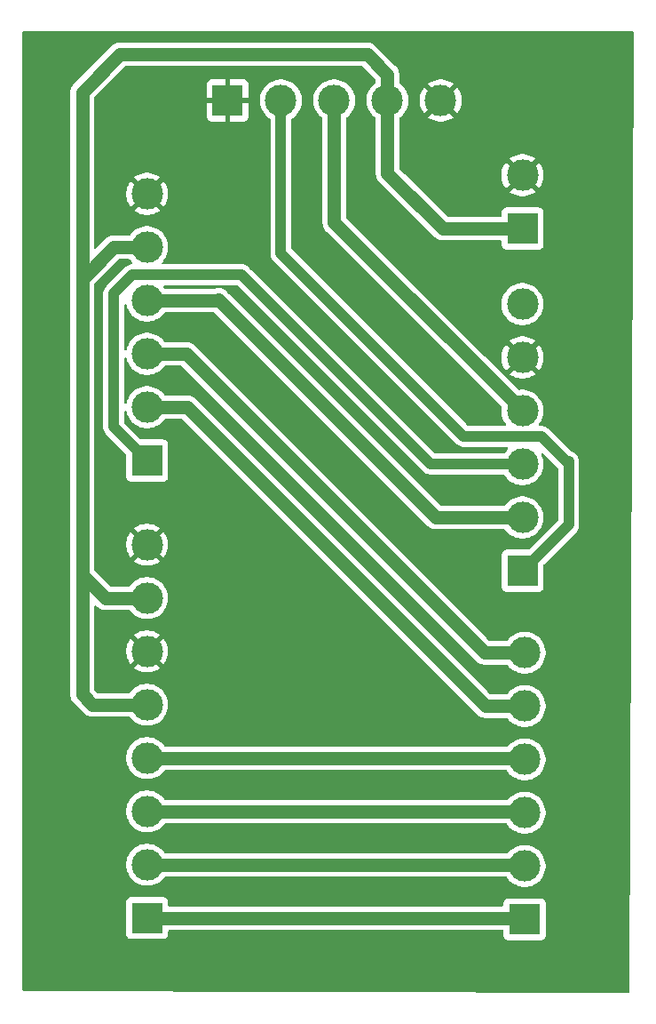
<source format=gbr>
%TF.GenerationSoftware,KiCad,Pcbnew,9.0.0*%
%TF.CreationDate,2025-03-18T21:07:25-05:00*%
%TF.ProjectId,PCB SENSORICA 2025,50434220-5345-44e5-934f-524943412032,rev?*%
%TF.SameCoordinates,Original*%
%TF.FileFunction,Copper,L1,Top*%
%TF.FilePolarity,Positive*%
%FSLAX46Y46*%
G04 Gerber Fmt 4.6, Leading zero omitted, Abs format (unit mm)*
G04 Created by KiCad (PCBNEW 9.0.0) date 2025-03-18 21:07:25*
%MOMM*%
%LPD*%
G01*
G04 APERTURE LIST*
%TA.AperFunction,ComponentPad*%
%ADD10R,3.000000X3.000000*%
%TD*%
%TA.AperFunction,ComponentPad*%
%ADD11C,3.000000*%
%TD*%
%TA.AperFunction,Conductor*%
%ADD12C,1.250000*%
%TD*%
%TA.AperFunction,Conductor*%
%ADD13C,1.000000*%
%TD*%
G04 APERTURE END LIST*
D10*
%TO.P,J6,1,Pin_1*%
%TO.N,/VCC*%
X70000000Y-34800000D03*
D11*
%TO.P,J6,2,Pin_2*%
%TO.N,/GND*%
X70000000Y-29720000D03*
%TD*%
D10*
%TO.P,J1,1,Pin_1*%
%TO.N,/P2*%
X34200000Y-100480000D03*
D11*
%TO.P,J1,2,Pin_2*%
%TO.N,/P3*%
X34200000Y-95400000D03*
%TO.P,J1,3,Pin_3*%
%TO.N,/P5*%
X34200000Y-90320000D03*
%TO.P,J1,4,Pin_4*%
%TO.N,/P6*%
X34200000Y-85240000D03*
%TO.P,J1,5,Pin_5*%
%TO.N,/VCC*%
X34200000Y-80160000D03*
%TO.P,J1,6,Pin_6*%
%TO.N,/GND*%
X34200000Y-75080000D03*
%TO.P,J1,7,Pin_7*%
%TO.N,/VCC*%
X34200000Y-70000000D03*
%TO.P,J1,8,Pin_8*%
%TO.N,/GND*%
X34200000Y-64920000D03*
%TD*%
D10*
%TO.P,J5,1,Pin_1*%
%TO.N,/GND*%
X41880000Y-22600000D03*
D11*
%TO.P,J5,2,Pin_2*%
%TO.N,/P9*%
X46960000Y-22600000D03*
%TO.P,J5,3,Pin_3*%
%TO.N,/P12*%
X52040000Y-22600000D03*
%TO.P,J5,4,Pin_4*%
%TO.N,/VCC*%
X57120000Y-22600000D03*
%TO.P,J5,5,Pin_5*%
%TO.N,/GND*%
X62200000Y-22600000D03*
%TD*%
D10*
%TO.P,J4,1,Pin_1*%
%TO.N,/P11*%
X34200000Y-56900000D03*
D11*
%TO.P,J4,2,Pin_2*%
%TO.N,/P7*%
X34200000Y-51820000D03*
%TO.P,J4,3,Pin_3*%
%TO.N,/P8*%
X34200000Y-46740000D03*
%TO.P,J4,4,Pin_4*%
%TO.N,/P10*%
X34200000Y-41660000D03*
%TO.P,J4,5,Pin_5*%
%TO.N,/VCC*%
X34200000Y-36580000D03*
%TO.P,J4,6,Pin_6*%
%TO.N,/GND*%
X34200000Y-31500000D03*
%TD*%
D10*
%TO.P,J3,1,Pin_1*%
%TO.N,/P9*%
X70000000Y-67400000D03*
D11*
%TO.P,J3,2,Pin_2*%
%TO.N,/P10*%
X70000000Y-62320000D03*
%TO.P,J3,3,Pin_3*%
%TO.N,/P11*%
X70000000Y-57240000D03*
%TO.P,J3,4,Pin_4*%
%TO.N,/P12*%
X70000000Y-52160000D03*
%TO.P,J3,5,Pin_5*%
%TO.N,/GND*%
X70000000Y-47080000D03*
%TO.P,J3,6,Pin_6*%
%TO.N,/VCC*%
X70000000Y-42000000D03*
%TD*%
D10*
%TO.P,J2,1,Pin_1*%
%TO.N,/P2*%
X70200000Y-100600000D03*
D11*
%TO.P,J2,2,Pin_2*%
%TO.N,/P3*%
X70200000Y-95520000D03*
%TO.P,J2,3,Pin_3*%
%TO.N,/P5*%
X70200000Y-90440000D03*
%TO.P,J2,4,Pin_4*%
%TO.N,/P6*%
X70200000Y-85360000D03*
%TO.P,J2,5,Pin_5*%
%TO.N,/P7*%
X70200000Y-80280000D03*
%TO.P,J2,6,Pin_6*%
%TO.N,/P8*%
X70200000Y-75200000D03*
%TD*%
D12*
%TO.N,/P2*%
X70080000Y-100480000D02*
X70200000Y-100600000D01*
X34200000Y-100480000D02*
X70080000Y-100480000D01*
%TO.N,/P3*%
X34200000Y-95400000D02*
X70080000Y-95400000D01*
X70080000Y-95400000D02*
X70200000Y-95520000D01*
%TO.N,/P6*%
X70080000Y-85240000D02*
X70200000Y-85360000D01*
X34200000Y-85240000D02*
X70080000Y-85240000D01*
%TO.N,/P5*%
X70080000Y-90320000D02*
X70200000Y-90440000D01*
X34200000Y-90320000D02*
X70080000Y-90320000D01*
%TO.N,/VCC*%
X57120000Y-20120000D02*
X57120000Y-22600000D01*
X28000000Y-39600000D02*
X28000000Y-21800000D01*
X70000000Y-34800000D02*
X62400000Y-34800000D01*
X34200000Y-70000000D02*
X30200000Y-70000000D01*
X28000000Y-79200000D02*
X28000000Y-67800000D01*
X28000000Y-21800000D02*
X31600000Y-18200000D01*
X28000000Y-40400000D02*
X28000000Y-39600000D01*
X28960000Y-80160000D02*
X28000000Y-79200000D01*
X31020000Y-36580000D02*
X34200000Y-36580000D01*
X28000000Y-67800000D02*
X28000000Y-40400000D01*
X28000000Y-39600000D02*
X31020000Y-36580000D01*
X30200000Y-70000000D02*
X28000000Y-67800000D01*
X31600000Y-18200000D02*
X55200000Y-18200000D01*
X62400000Y-34800000D02*
X57120000Y-29520000D01*
X34200000Y-80160000D02*
X28960000Y-80160000D01*
X57120000Y-29520000D02*
X57120000Y-22600000D01*
X55200000Y-18200000D02*
X57120000Y-20120000D01*
%TO.N,/P8*%
X37940000Y-46740000D02*
X66400000Y-75200000D01*
X66400000Y-75200000D02*
X70200000Y-75200000D01*
X34200000Y-46740000D02*
X37940000Y-46740000D01*
%TO.N,/P7*%
X66480000Y-80280000D02*
X38020000Y-51820000D01*
X70200000Y-80280000D02*
X66480000Y-80280000D01*
X38020000Y-51820000D02*
X34200000Y-51820000D01*
%TO.N,/P10*%
X40940000Y-41660000D02*
X34200000Y-41660000D01*
X61720000Y-62320000D02*
X41000000Y-41600000D01*
X70000000Y-62320000D02*
X61720000Y-62320000D01*
X41000000Y-41600000D02*
X40940000Y-41660000D01*
D13*
%TO.N,/P11*%
X34200000Y-56900000D02*
X31000000Y-53700000D01*
X32800000Y-39200000D02*
X43200000Y-39200000D01*
X31000000Y-53700000D02*
X31000000Y-41000000D01*
X61240000Y-57240000D02*
X70000000Y-57240000D01*
X31000000Y-41000000D02*
X32800000Y-39200000D01*
X43200000Y-39200000D02*
X61240000Y-57240000D01*
%TO.N,/P9*%
X46960000Y-22600000D02*
X46960000Y-37160000D01*
X74200000Y-57000000D02*
X74400000Y-57000000D01*
X74400000Y-57000000D02*
X74400000Y-63000000D01*
X46960000Y-37160000D02*
X64400000Y-54600000D01*
X64400000Y-54600000D02*
X71800000Y-54600000D01*
X71800000Y-54600000D02*
X74200000Y-57000000D01*
X74400000Y-63000000D02*
X70000000Y-67400000D01*
D12*
%TO.N,/P12*%
X70000000Y-52160000D02*
X52040000Y-34200000D01*
X52040000Y-34200000D02*
X52040000Y-22600000D01*
%TD*%
%TA.AperFunction,Conductor*%
%TO.N,/GND*%
G36*
X80562047Y-16019955D02*
G01*
X80607802Y-16072759D01*
X80619007Y-16124821D01*
X80212895Y-107499468D01*
X80192912Y-107566419D01*
X80139906Y-107611939D01*
X80088413Y-107622916D01*
X22402359Y-107398415D01*
X22335397Y-107378470D01*
X22289848Y-107325488D01*
X22278842Y-107274416D01*
X22278842Y-98932135D01*
X32199500Y-98932135D01*
X32199500Y-102027870D01*
X32199501Y-102027876D01*
X32205908Y-102087483D01*
X32256202Y-102222328D01*
X32256206Y-102222335D01*
X32342452Y-102337544D01*
X32342455Y-102337547D01*
X32457664Y-102423793D01*
X32457671Y-102423797D01*
X32592517Y-102474091D01*
X32592516Y-102474091D01*
X32599444Y-102474835D01*
X32652127Y-102480500D01*
X35747872Y-102480499D01*
X35807483Y-102474091D01*
X35942331Y-102423796D01*
X36057546Y-102337546D01*
X36143796Y-102222331D01*
X36194091Y-102087483D01*
X36200500Y-102027873D01*
X36200500Y-101729500D01*
X36220185Y-101662461D01*
X36272989Y-101616706D01*
X36324500Y-101605500D01*
X68075501Y-101605500D01*
X68142540Y-101625185D01*
X68188295Y-101677989D01*
X68199501Y-101729500D01*
X68199501Y-102147876D01*
X68205908Y-102207483D01*
X68256202Y-102342328D01*
X68256206Y-102342335D01*
X68342452Y-102457544D01*
X68342455Y-102457547D01*
X68457664Y-102543793D01*
X68457671Y-102543797D01*
X68592517Y-102594091D01*
X68592516Y-102594091D01*
X68599444Y-102594835D01*
X68652127Y-102600500D01*
X71747872Y-102600499D01*
X71807483Y-102594091D01*
X71942331Y-102543796D01*
X72057546Y-102457546D01*
X72143796Y-102342331D01*
X72194091Y-102207483D01*
X72200500Y-102147873D01*
X72200499Y-99052128D01*
X72194091Y-98992517D01*
X72171567Y-98932128D01*
X72143797Y-98857671D01*
X72143793Y-98857664D01*
X72057547Y-98742455D01*
X72057544Y-98742452D01*
X71942335Y-98656206D01*
X71942328Y-98656202D01*
X71807482Y-98605908D01*
X71807483Y-98605908D01*
X71747883Y-98599501D01*
X71747881Y-98599500D01*
X71747873Y-98599500D01*
X71747864Y-98599500D01*
X68652129Y-98599500D01*
X68652123Y-98599501D01*
X68592516Y-98605908D01*
X68457671Y-98656202D01*
X68457664Y-98656206D01*
X68342455Y-98742452D01*
X68342452Y-98742455D01*
X68256206Y-98857664D01*
X68256202Y-98857671D01*
X68205908Y-98992517D01*
X68199501Y-99052116D01*
X68199501Y-99052123D01*
X68199500Y-99052135D01*
X68199500Y-99230500D01*
X68179815Y-99297539D01*
X68127011Y-99343294D01*
X68075500Y-99354500D01*
X36324499Y-99354500D01*
X36257460Y-99334815D01*
X36211705Y-99282011D01*
X36200499Y-99230500D01*
X36200499Y-98932129D01*
X36200498Y-98932123D01*
X36200497Y-98932116D01*
X36194091Y-98872517D01*
X36188551Y-98857664D01*
X36143797Y-98737671D01*
X36143793Y-98737664D01*
X36057547Y-98622455D01*
X36057544Y-98622452D01*
X35942335Y-98536206D01*
X35942328Y-98536202D01*
X35807482Y-98485908D01*
X35807483Y-98485908D01*
X35747883Y-98479501D01*
X35747881Y-98479500D01*
X35747873Y-98479500D01*
X35747864Y-98479500D01*
X32652129Y-98479500D01*
X32652123Y-98479501D01*
X32592516Y-98485908D01*
X32457671Y-98536202D01*
X32457664Y-98536206D01*
X32342455Y-98622452D01*
X32342452Y-98622455D01*
X32256206Y-98737664D01*
X32256202Y-98737671D01*
X32205908Y-98872517D01*
X32199501Y-98932116D01*
X32199501Y-98932123D01*
X32199500Y-98932135D01*
X22278842Y-98932135D01*
X22278842Y-95268872D01*
X32199500Y-95268872D01*
X32199500Y-95531127D01*
X32226123Y-95733339D01*
X32233730Y-95791116D01*
X32265884Y-95911116D01*
X32301602Y-96044418D01*
X32301605Y-96044428D01*
X32401953Y-96286690D01*
X32401958Y-96286700D01*
X32533075Y-96513803D01*
X32692718Y-96721851D01*
X32692726Y-96721860D01*
X32878140Y-96907274D01*
X32878148Y-96907281D01*
X33086196Y-97066924D01*
X33313299Y-97198041D01*
X33313309Y-97198046D01*
X33555571Y-97298394D01*
X33555581Y-97298398D01*
X33808884Y-97366270D01*
X34068880Y-97400500D01*
X34068887Y-97400500D01*
X34331113Y-97400500D01*
X34331120Y-97400500D01*
X34591116Y-97366270D01*
X34844419Y-97298398D01*
X35086697Y-97198043D01*
X35313803Y-97066924D01*
X35521851Y-96907282D01*
X35521855Y-96907277D01*
X35521860Y-96907274D01*
X35707274Y-96721860D01*
X35707277Y-96721855D01*
X35707282Y-96721851D01*
X35820723Y-96574012D01*
X35877151Y-96532811D01*
X35919098Y-96525500D01*
X68398956Y-96525500D01*
X68465995Y-96545185D01*
X68506344Y-96587501D01*
X68533077Y-96633805D01*
X68692718Y-96841851D01*
X68692726Y-96841860D01*
X68878140Y-97027274D01*
X68878148Y-97027281D01*
X69086196Y-97186924D01*
X69313299Y-97318041D01*
X69313309Y-97318046D01*
X69512369Y-97400499D01*
X69555581Y-97418398D01*
X69808884Y-97486270D01*
X70068880Y-97520500D01*
X70068887Y-97520500D01*
X70331113Y-97520500D01*
X70331120Y-97520500D01*
X70591116Y-97486270D01*
X70844419Y-97418398D01*
X71086697Y-97318043D01*
X71313803Y-97186924D01*
X71521851Y-97027282D01*
X71521855Y-97027277D01*
X71521860Y-97027274D01*
X71707274Y-96841860D01*
X71707277Y-96841855D01*
X71707282Y-96841851D01*
X71866924Y-96633803D01*
X71998043Y-96406697D01*
X72098398Y-96164419D01*
X72166270Y-95911116D01*
X72200500Y-95651120D01*
X72200500Y-95388880D01*
X72166270Y-95128884D01*
X72098398Y-94875581D01*
X72098394Y-94875571D01*
X71998046Y-94633309D01*
X71998041Y-94633299D01*
X71866924Y-94406196D01*
X71707281Y-94198148D01*
X71707274Y-94198140D01*
X71521860Y-94012726D01*
X71521851Y-94012718D01*
X71313803Y-93853075D01*
X71086700Y-93721958D01*
X71086690Y-93721953D01*
X70844428Y-93621605D01*
X70844421Y-93621603D01*
X70844419Y-93621602D01*
X70591116Y-93553730D01*
X70533339Y-93546123D01*
X70331127Y-93519500D01*
X70331120Y-93519500D01*
X70068880Y-93519500D01*
X70068872Y-93519500D01*
X69837772Y-93549926D01*
X69808884Y-93553730D01*
X69628894Y-93601958D01*
X69555581Y-93621602D01*
X69555571Y-93621605D01*
X69313309Y-93721953D01*
X69313299Y-93721958D01*
X69086196Y-93853075D01*
X68878148Y-94012718D01*
X68878140Y-94012725D01*
X68692723Y-94198143D01*
X68692714Y-94198153D01*
X68671357Y-94225987D01*
X68614929Y-94267190D01*
X68572982Y-94274500D01*
X35919098Y-94274500D01*
X35852059Y-94254815D01*
X35820723Y-94225987D01*
X35799357Y-94198143D01*
X35707282Y-94078149D01*
X35707281Y-94078148D01*
X35707274Y-94078140D01*
X35521860Y-93892726D01*
X35521851Y-93892718D01*
X35313803Y-93733075D01*
X35086700Y-93601958D01*
X35086690Y-93601953D01*
X34844428Y-93501605D01*
X34844421Y-93501603D01*
X34844419Y-93501602D01*
X34591116Y-93433730D01*
X34533339Y-93426123D01*
X34331127Y-93399500D01*
X34331120Y-93399500D01*
X34068880Y-93399500D01*
X34068872Y-93399500D01*
X33837772Y-93429926D01*
X33808884Y-93433730D01*
X33555581Y-93501602D01*
X33555571Y-93501605D01*
X33313309Y-93601953D01*
X33313299Y-93601958D01*
X33086196Y-93733075D01*
X32878148Y-93892718D01*
X32692718Y-94078148D01*
X32533075Y-94286196D01*
X32401958Y-94513299D01*
X32401953Y-94513309D01*
X32301605Y-94755571D01*
X32301602Y-94755581D01*
X32233730Y-95008885D01*
X32199500Y-95268872D01*
X22278842Y-95268872D01*
X22278842Y-90188872D01*
X32199500Y-90188872D01*
X32199500Y-90451127D01*
X32226123Y-90653339D01*
X32233730Y-90711116D01*
X32265884Y-90831116D01*
X32301602Y-90964418D01*
X32301605Y-90964428D01*
X32401953Y-91206690D01*
X32401958Y-91206700D01*
X32533075Y-91433803D01*
X32692718Y-91641851D01*
X32692726Y-91641860D01*
X32878140Y-91827274D01*
X32878148Y-91827281D01*
X33086196Y-91986924D01*
X33313299Y-92118041D01*
X33313309Y-92118046D01*
X33555571Y-92218394D01*
X33555581Y-92218398D01*
X33808884Y-92286270D01*
X34068880Y-92320500D01*
X34068887Y-92320500D01*
X34331113Y-92320500D01*
X34331120Y-92320500D01*
X34591116Y-92286270D01*
X34844419Y-92218398D01*
X35086697Y-92118043D01*
X35313803Y-91986924D01*
X35521851Y-91827282D01*
X35521855Y-91827277D01*
X35521860Y-91827274D01*
X35707274Y-91641860D01*
X35707277Y-91641855D01*
X35707282Y-91641851D01*
X35820723Y-91494012D01*
X35877151Y-91452811D01*
X35919098Y-91445500D01*
X68398956Y-91445500D01*
X68465995Y-91465185D01*
X68506344Y-91507501D01*
X68533077Y-91553805D01*
X68692718Y-91761851D01*
X68692726Y-91761860D01*
X68878140Y-91947274D01*
X68878148Y-91947281D01*
X69086196Y-92106924D01*
X69313299Y-92238041D01*
X69313309Y-92238046D01*
X69512369Y-92320499D01*
X69555581Y-92338398D01*
X69808884Y-92406270D01*
X70068880Y-92440500D01*
X70068887Y-92440500D01*
X70331113Y-92440500D01*
X70331120Y-92440500D01*
X70591116Y-92406270D01*
X70844419Y-92338398D01*
X71086697Y-92238043D01*
X71313803Y-92106924D01*
X71521851Y-91947282D01*
X71521855Y-91947277D01*
X71521860Y-91947274D01*
X71707274Y-91761860D01*
X71707277Y-91761855D01*
X71707282Y-91761851D01*
X71866924Y-91553803D01*
X71998043Y-91326697D01*
X72098398Y-91084419D01*
X72166270Y-90831116D01*
X72200500Y-90571120D01*
X72200500Y-90308880D01*
X72166270Y-90048884D01*
X72098398Y-89795581D01*
X72098394Y-89795571D01*
X71998046Y-89553309D01*
X71998041Y-89553299D01*
X71866924Y-89326196D01*
X71707281Y-89118148D01*
X71707274Y-89118140D01*
X71521860Y-88932726D01*
X71521851Y-88932718D01*
X71313803Y-88773075D01*
X71086700Y-88641958D01*
X71086690Y-88641953D01*
X70844428Y-88541605D01*
X70844421Y-88541603D01*
X70844419Y-88541602D01*
X70591116Y-88473730D01*
X70533339Y-88466123D01*
X70331127Y-88439500D01*
X70331120Y-88439500D01*
X70068880Y-88439500D01*
X70068872Y-88439500D01*
X69837772Y-88469926D01*
X69808884Y-88473730D01*
X69628894Y-88521958D01*
X69555581Y-88541602D01*
X69555571Y-88541605D01*
X69313309Y-88641953D01*
X69313299Y-88641958D01*
X69086196Y-88773075D01*
X68878148Y-88932718D01*
X68878140Y-88932725D01*
X68692723Y-89118143D01*
X68692714Y-89118153D01*
X68671357Y-89145987D01*
X68614929Y-89187190D01*
X68572982Y-89194500D01*
X35919098Y-89194500D01*
X35852059Y-89174815D01*
X35820723Y-89145987D01*
X35799357Y-89118143D01*
X35707282Y-88998149D01*
X35707281Y-88998148D01*
X35707274Y-88998140D01*
X35521860Y-88812726D01*
X35521851Y-88812718D01*
X35313803Y-88653075D01*
X35086700Y-88521958D01*
X35086690Y-88521953D01*
X34844428Y-88421605D01*
X34844421Y-88421603D01*
X34844419Y-88421602D01*
X34591116Y-88353730D01*
X34533339Y-88346123D01*
X34331127Y-88319500D01*
X34331120Y-88319500D01*
X34068880Y-88319500D01*
X34068872Y-88319500D01*
X33837772Y-88349926D01*
X33808884Y-88353730D01*
X33555581Y-88421602D01*
X33555571Y-88421605D01*
X33313309Y-88521953D01*
X33313299Y-88521958D01*
X33086196Y-88653075D01*
X32878148Y-88812718D01*
X32692718Y-88998148D01*
X32533075Y-89206196D01*
X32401958Y-89433299D01*
X32401953Y-89433309D01*
X32301605Y-89675571D01*
X32301602Y-89675581D01*
X32233730Y-89928885D01*
X32199500Y-90188872D01*
X22278842Y-90188872D01*
X22278842Y-85108872D01*
X32199500Y-85108872D01*
X32199500Y-85371127D01*
X32226123Y-85573339D01*
X32233730Y-85631116D01*
X32265884Y-85751116D01*
X32301602Y-85884418D01*
X32301605Y-85884428D01*
X32401953Y-86126690D01*
X32401958Y-86126700D01*
X32533075Y-86353803D01*
X32692718Y-86561851D01*
X32692726Y-86561860D01*
X32878140Y-86747274D01*
X32878148Y-86747281D01*
X33086196Y-86906924D01*
X33313299Y-87038041D01*
X33313309Y-87038046D01*
X33555571Y-87138394D01*
X33555581Y-87138398D01*
X33808884Y-87206270D01*
X34068880Y-87240500D01*
X34068887Y-87240500D01*
X34331113Y-87240500D01*
X34331120Y-87240500D01*
X34591116Y-87206270D01*
X34844419Y-87138398D01*
X35086697Y-87038043D01*
X35313803Y-86906924D01*
X35521851Y-86747282D01*
X35521855Y-86747277D01*
X35521860Y-86747274D01*
X35707274Y-86561860D01*
X35707277Y-86561855D01*
X35707282Y-86561851D01*
X35820723Y-86414012D01*
X35877151Y-86372811D01*
X35919098Y-86365500D01*
X68398956Y-86365500D01*
X68465995Y-86385185D01*
X68506344Y-86427501D01*
X68533077Y-86473805D01*
X68692718Y-86681851D01*
X68692726Y-86681860D01*
X68878140Y-86867274D01*
X68878148Y-86867281D01*
X69086196Y-87026924D01*
X69313299Y-87158041D01*
X69313309Y-87158046D01*
X69512369Y-87240499D01*
X69555581Y-87258398D01*
X69808884Y-87326270D01*
X70068880Y-87360500D01*
X70068887Y-87360500D01*
X70331113Y-87360500D01*
X70331120Y-87360500D01*
X70591116Y-87326270D01*
X70844419Y-87258398D01*
X71086697Y-87158043D01*
X71313803Y-87026924D01*
X71521851Y-86867282D01*
X71521855Y-86867277D01*
X71521860Y-86867274D01*
X71707274Y-86681860D01*
X71707277Y-86681855D01*
X71707282Y-86681851D01*
X71866924Y-86473803D01*
X71998043Y-86246697D01*
X72098398Y-86004419D01*
X72166270Y-85751116D01*
X72200500Y-85491120D01*
X72200500Y-85228880D01*
X72166270Y-84968884D01*
X72098398Y-84715581D01*
X72098394Y-84715571D01*
X71998046Y-84473309D01*
X71998041Y-84473299D01*
X71866924Y-84246196D01*
X71707281Y-84038148D01*
X71707274Y-84038140D01*
X71521860Y-83852726D01*
X71521851Y-83852718D01*
X71313803Y-83693075D01*
X71086700Y-83561958D01*
X71086690Y-83561953D01*
X70844428Y-83461605D01*
X70844421Y-83461603D01*
X70844419Y-83461602D01*
X70591116Y-83393730D01*
X70533339Y-83386123D01*
X70331127Y-83359500D01*
X70331120Y-83359500D01*
X70068880Y-83359500D01*
X70068872Y-83359500D01*
X69837772Y-83389926D01*
X69808884Y-83393730D01*
X69628894Y-83441958D01*
X69555581Y-83461602D01*
X69555571Y-83461605D01*
X69313309Y-83561953D01*
X69313299Y-83561958D01*
X69086196Y-83693075D01*
X68878148Y-83852718D01*
X68878140Y-83852725D01*
X68692723Y-84038143D01*
X68692714Y-84038153D01*
X68671357Y-84065987D01*
X68614929Y-84107190D01*
X68572982Y-84114500D01*
X35919098Y-84114500D01*
X35852059Y-84094815D01*
X35820723Y-84065987D01*
X35799357Y-84038143D01*
X35707282Y-83918149D01*
X35707281Y-83918148D01*
X35707274Y-83918140D01*
X35521860Y-83732726D01*
X35521851Y-83732718D01*
X35313803Y-83573075D01*
X35086700Y-83441958D01*
X35086690Y-83441953D01*
X34844428Y-83341605D01*
X34844421Y-83341603D01*
X34844419Y-83341602D01*
X34591116Y-83273730D01*
X34533339Y-83266123D01*
X34331127Y-83239500D01*
X34331120Y-83239500D01*
X34068880Y-83239500D01*
X34068872Y-83239500D01*
X33837772Y-83269926D01*
X33808884Y-83273730D01*
X33555581Y-83341602D01*
X33555571Y-83341605D01*
X33313309Y-83441953D01*
X33313299Y-83441958D01*
X33086196Y-83573075D01*
X32878148Y-83732718D01*
X32692718Y-83918148D01*
X32533075Y-84126196D01*
X32401958Y-84353299D01*
X32401953Y-84353309D01*
X32301605Y-84595571D01*
X32301602Y-84595581D01*
X32233730Y-84848885D01*
X32199500Y-85108872D01*
X22278842Y-85108872D01*
X22278842Y-21711421D01*
X26874500Y-21711421D01*
X26874500Y-79288578D01*
X26902213Y-79463552D01*
X26902213Y-79463553D01*
X26919118Y-79515581D01*
X26919118Y-79515582D01*
X26956955Y-79632036D01*
X26956957Y-79632042D01*
X27026683Y-79768884D01*
X27037386Y-79789890D01*
X27114802Y-79896444D01*
X27141517Y-79933214D01*
X28101517Y-80893214D01*
X28226786Y-81018483D01*
X28370110Y-81122614D01*
X28447529Y-81162061D01*
X28527957Y-81203042D01*
X28527960Y-81203043D01*
X28612201Y-81230414D01*
X28696444Y-81257786D01*
X28871421Y-81285500D01*
X32480902Y-81285500D01*
X32547941Y-81305185D01*
X32579277Y-81334013D01*
X32692718Y-81481851D01*
X32692726Y-81481860D01*
X32878140Y-81667274D01*
X32878148Y-81667281D01*
X33086196Y-81826924D01*
X33313299Y-81958041D01*
X33313309Y-81958046D01*
X33555571Y-82058394D01*
X33555581Y-82058398D01*
X33808884Y-82126270D01*
X34068880Y-82160500D01*
X34068887Y-82160500D01*
X34331113Y-82160500D01*
X34331120Y-82160500D01*
X34591116Y-82126270D01*
X34844419Y-82058398D01*
X35086697Y-81958043D01*
X35313803Y-81826924D01*
X35521851Y-81667282D01*
X35521855Y-81667277D01*
X35521860Y-81667274D01*
X35707274Y-81481860D01*
X35707277Y-81481855D01*
X35707282Y-81481851D01*
X35866924Y-81273803D01*
X35998043Y-81046697D01*
X36098398Y-80804419D01*
X36166270Y-80551116D01*
X36200500Y-80291120D01*
X36200500Y-80028880D01*
X36166270Y-79768884D01*
X36098398Y-79515581D01*
X36076847Y-79463552D01*
X35998046Y-79273309D01*
X35998041Y-79273299D01*
X35866924Y-79046196D01*
X35707281Y-78838148D01*
X35707274Y-78838140D01*
X35521860Y-78652726D01*
X35521851Y-78652718D01*
X35313803Y-78493075D01*
X35086700Y-78361958D01*
X35086690Y-78361953D01*
X34844428Y-78261605D01*
X34844421Y-78261603D01*
X34844419Y-78261602D01*
X34591116Y-78193730D01*
X34533339Y-78186123D01*
X34331127Y-78159500D01*
X34331120Y-78159500D01*
X34068880Y-78159500D01*
X34068872Y-78159500D01*
X33837772Y-78189926D01*
X33808884Y-78193730D01*
X33555581Y-78261602D01*
X33555571Y-78261605D01*
X33313309Y-78361953D01*
X33313299Y-78361958D01*
X33086196Y-78493075D01*
X32878148Y-78652718D01*
X32692718Y-78838148D01*
X32579277Y-78985987D01*
X32522849Y-79027189D01*
X32480902Y-79034500D01*
X29477559Y-79034500D01*
X29410520Y-79014815D01*
X29389878Y-78998181D01*
X29161819Y-78770122D01*
X29128334Y-78708799D01*
X29125500Y-78682441D01*
X29125500Y-74948905D01*
X32200000Y-74948905D01*
X32200000Y-75211094D01*
X32234220Y-75471009D01*
X32234222Y-75471020D01*
X32302075Y-75724255D01*
X32402404Y-75966471D01*
X32402409Y-75966482D01*
X32533488Y-76193516D01*
X32533494Y-76193524D01*
X32620080Y-76306365D01*
X33514767Y-75411677D01*
X33526497Y-75439995D01*
X33609670Y-75564472D01*
X33715528Y-75670330D01*
X33840005Y-75753503D01*
X33868320Y-75765231D01*
X32973633Y-76659917D01*
X32973633Y-76659918D01*
X33086475Y-76746505D01*
X33086483Y-76746511D01*
X33313517Y-76877590D01*
X33313528Y-76877595D01*
X33555744Y-76977924D01*
X33808979Y-77045777D01*
X33808990Y-77045779D01*
X34068905Y-77079999D01*
X34068920Y-77080000D01*
X34331080Y-77080000D01*
X34331094Y-77079999D01*
X34591009Y-77045779D01*
X34591020Y-77045777D01*
X34844255Y-76977924D01*
X35086471Y-76877595D01*
X35086482Y-76877590D01*
X35313516Y-76746511D01*
X35313534Y-76746499D01*
X35426365Y-76659919D01*
X35426365Y-76659917D01*
X34531679Y-75765231D01*
X34559995Y-75753503D01*
X34684472Y-75670330D01*
X34790330Y-75564472D01*
X34873503Y-75439995D01*
X34885231Y-75411679D01*
X35779917Y-76306365D01*
X35779919Y-76306365D01*
X35866499Y-76193534D01*
X35866511Y-76193516D01*
X35997590Y-75966482D01*
X35997595Y-75966471D01*
X36097924Y-75724255D01*
X36165777Y-75471020D01*
X36165779Y-75471009D01*
X36199999Y-75211094D01*
X36200000Y-75211080D01*
X36200000Y-74948919D01*
X36199999Y-74948905D01*
X36165779Y-74688990D01*
X36165777Y-74688979D01*
X36097924Y-74435744D01*
X35997595Y-74193528D01*
X35997590Y-74193517D01*
X35866511Y-73966483D01*
X35866505Y-73966475D01*
X35779918Y-73853633D01*
X35779917Y-73853633D01*
X34885231Y-74748320D01*
X34873503Y-74720005D01*
X34790330Y-74595528D01*
X34684472Y-74489670D01*
X34559995Y-74406497D01*
X34531677Y-74394767D01*
X35426365Y-73500080D01*
X35313524Y-73413494D01*
X35313516Y-73413488D01*
X35086482Y-73282409D01*
X35086471Y-73282404D01*
X34844255Y-73182075D01*
X34591020Y-73114222D01*
X34591009Y-73114220D01*
X34331094Y-73080000D01*
X34068905Y-73080000D01*
X33808990Y-73114220D01*
X33808979Y-73114222D01*
X33555744Y-73182075D01*
X33313528Y-73282404D01*
X33313517Y-73282409D01*
X33086471Y-73413496D01*
X32973633Y-73500079D01*
X32973633Y-73500080D01*
X33868321Y-74394768D01*
X33840005Y-74406497D01*
X33715528Y-74489670D01*
X33609670Y-74595528D01*
X33526497Y-74720005D01*
X33514768Y-74748321D01*
X32620080Y-73853633D01*
X32620079Y-73853633D01*
X32533496Y-73966471D01*
X32402409Y-74193517D01*
X32402404Y-74193528D01*
X32302075Y-74435744D01*
X32234222Y-74688979D01*
X32234220Y-74688990D01*
X32200000Y-74948905D01*
X29125500Y-74948905D01*
X29125500Y-70816559D01*
X29145185Y-70749520D01*
X29197989Y-70703765D01*
X29267147Y-70693821D01*
X29330703Y-70722846D01*
X29337158Y-70728856D01*
X29466786Y-70858484D01*
X29610110Y-70962614D01*
X29767957Y-71043042D01*
X29767960Y-71043043D01*
X29852201Y-71070414D01*
X29936444Y-71097786D01*
X30023933Y-71111643D01*
X30111421Y-71125500D01*
X30111422Y-71125500D01*
X30288579Y-71125500D01*
X32480902Y-71125500D01*
X32547941Y-71145185D01*
X32579277Y-71174013D01*
X32692718Y-71321851D01*
X32692726Y-71321860D01*
X32878140Y-71507274D01*
X32878148Y-71507281D01*
X33086196Y-71666924D01*
X33313299Y-71798041D01*
X33313309Y-71798046D01*
X33555571Y-71898394D01*
X33555581Y-71898398D01*
X33808884Y-71966270D01*
X34068880Y-72000500D01*
X34068887Y-72000500D01*
X34331113Y-72000500D01*
X34331120Y-72000500D01*
X34591116Y-71966270D01*
X34844419Y-71898398D01*
X35086697Y-71798043D01*
X35313803Y-71666924D01*
X35521851Y-71507282D01*
X35521855Y-71507277D01*
X35521860Y-71507274D01*
X35707274Y-71321860D01*
X35707277Y-71321855D01*
X35707282Y-71321851D01*
X35866924Y-71113803D01*
X35998043Y-70886697D01*
X36098398Y-70644419D01*
X36166270Y-70391116D01*
X36200500Y-70131120D01*
X36200500Y-69868880D01*
X36166270Y-69608884D01*
X36098398Y-69355581D01*
X36093517Y-69343797D01*
X35998046Y-69113309D01*
X35998041Y-69113299D01*
X35866924Y-68886196D01*
X35707281Y-68678148D01*
X35707274Y-68678140D01*
X35521860Y-68492726D01*
X35521851Y-68492718D01*
X35313803Y-68333075D01*
X35086700Y-68201958D01*
X35086690Y-68201953D01*
X34844428Y-68101605D01*
X34844421Y-68101603D01*
X34844419Y-68101602D01*
X34591116Y-68033730D01*
X34533339Y-68026123D01*
X34331127Y-67999500D01*
X34331120Y-67999500D01*
X34068880Y-67999500D01*
X34068872Y-67999500D01*
X33837772Y-68029926D01*
X33808884Y-68033730D01*
X33555581Y-68101602D01*
X33555571Y-68101605D01*
X33313309Y-68201953D01*
X33313299Y-68201958D01*
X33086196Y-68333075D01*
X32878148Y-68492718D01*
X32692718Y-68678148D01*
X32579277Y-68825987D01*
X32522849Y-68867189D01*
X32480902Y-68874500D01*
X30717560Y-68874500D01*
X30650521Y-68854815D01*
X30629879Y-68838181D01*
X29161819Y-67370121D01*
X29128334Y-67308798D01*
X29125500Y-67282440D01*
X29125500Y-64788905D01*
X32200000Y-64788905D01*
X32200000Y-65051094D01*
X32234220Y-65311009D01*
X32234222Y-65311020D01*
X32302075Y-65564255D01*
X32402404Y-65806471D01*
X32402409Y-65806482D01*
X32533488Y-66033516D01*
X32533494Y-66033524D01*
X32620080Y-66146365D01*
X33514767Y-65251677D01*
X33526497Y-65279995D01*
X33609670Y-65404472D01*
X33715528Y-65510330D01*
X33840005Y-65593503D01*
X33868320Y-65605231D01*
X32973633Y-66499917D01*
X32973633Y-66499918D01*
X33086475Y-66586505D01*
X33086483Y-66586511D01*
X33313517Y-66717590D01*
X33313528Y-66717595D01*
X33555744Y-66817924D01*
X33808979Y-66885777D01*
X33808990Y-66885779D01*
X34068905Y-66919999D01*
X34068920Y-66920000D01*
X34331080Y-66920000D01*
X34331094Y-66919999D01*
X34591009Y-66885779D01*
X34591020Y-66885777D01*
X34844255Y-66817924D01*
X35086471Y-66717595D01*
X35086482Y-66717590D01*
X35313516Y-66586511D01*
X35313534Y-66586499D01*
X35426365Y-66499919D01*
X35426365Y-66499917D01*
X34531679Y-65605231D01*
X34559995Y-65593503D01*
X34684472Y-65510330D01*
X34790330Y-65404472D01*
X34873503Y-65279995D01*
X34885231Y-65251679D01*
X35779917Y-66146365D01*
X35779919Y-66146365D01*
X35866499Y-66033534D01*
X35866511Y-66033516D01*
X35997590Y-65806482D01*
X35997595Y-65806471D01*
X36097924Y-65564255D01*
X36165777Y-65311020D01*
X36165779Y-65311009D01*
X36199999Y-65051094D01*
X36200000Y-65051080D01*
X36200000Y-64788919D01*
X36199999Y-64788905D01*
X36165779Y-64528990D01*
X36165777Y-64528979D01*
X36097924Y-64275744D01*
X35997595Y-64033528D01*
X35997590Y-64033517D01*
X35866511Y-63806483D01*
X35866505Y-63806475D01*
X35779918Y-63693633D01*
X35779917Y-63693633D01*
X34885231Y-64588320D01*
X34873503Y-64560005D01*
X34790330Y-64435528D01*
X34684472Y-64329670D01*
X34559995Y-64246497D01*
X34531677Y-64234767D01*
X35426365Y-63340080D01*
X35313524Y-63253494D01*
X35313516Y-63253488D01*
X35086482Y-63122409D01*
X35086471Y-63122404D01*
X34844255Y-63022075D01*
X34591020Y-62954222D01*
X34591009Y-62954220D01*
X34331094Y-62920000D01*
X34068905Y-62920000D01*
X33808990Y-62954220D01*
X33808979Y-62954222D01*
X33555744Y-63022075D01*
X33313528Y-63122404D01*
X33313517Y-63122409D01*
X33086471Y-63253496D01*
X32973633Y-63340079D01*
X32973633Y-63340080D01*
X33868321Y-64234768D01*
X33840005Y-64246497D01*
X33715528Y-64329670D01*
X33609670Y-64435528D01*
X33526497Y-64560005D01*
X33514768Y-64588321D01*
X32620080Y-63693633D01*
X32620079Y-63693633D01*
X32533496Y-63806471D01*
X32402409Y-64033517D01*
X32402404Y-64033528D01*
X32302075Y-64275744D01*
X32234222Y-64528979D01*
X32234220Y-64528990D01*
X32200000Y-64788905D01*
X29125500Y-64788905D01*
X29125500Y-40117559D01*
X29145185Y-40050520D01*
X29161819Y-40029878D01*
X31449879Y-37741819D01*
X31511202Y-37708334D01*
X31537560Y-37705500D01*
X32480902Y-37705500D01*
X32547941Y-37725185D01*
X32579277Y-37754013D01*
X32692718Y-37901851D01*
X32692726Y-37901860D01*
X32779076Y-37988210D01*
X32812561Y-38049533D01*
X32807577Y-38119225D01*
X32765705Y-38175158D01*
X32707336Y-38197823D01*
X32707433Y-38198311D01*
X32704659Y-38198862D01*
X32703549Y-38199294D01*
X32701453Y-38199500D01*
X32508170Y-38237947D01*
X32508160Y-38237950D01*
X32486496Y-38246924D01*
X32326083Y-38313369D01*
X32162222Y-38422857D01*
X32162214Y-38422863D01*
X30585579Y-39999500D01*
X30362220Y-40222859D01*
X30362218Y-40222861D01*
X30318706Y-40266373D01*
X30222859Y-40362219D01*
X30113371Y-40526079D01*
X30113364Y-40526092D01*
X30067266Y-40637386D01*
X30067266Y-40637387D01*
X30042414Y-40697386D01*
X30037949Y-40708165D01*
X30037947Y-40708170D01*
X30037947Y-40708171D01*
X29999500Y-40901454D01*
X29999500Y-40901459D01*
X29999500Y-53798541D01*
X29999500Y-53798543D01*
X29999499Y-53798543D01*
X30037947Y-53991829D01*
X30037950Y-53991839D01*
X30113364Y-54173907D01*
X30113371Y-54173920D01*
X30222859Y-54337780D01*
X30222860Y-54337781D01*
X30222861Y-54337782D01*
X30362218Y-54477139D01*
X30362219Y-54477139D01*
X30369286Y-54484206D01*
X30369285Y-54484206D01*
X30369289Y-54484209D01*
X32163181Y-56278101D01*
X32196666Y-56339424D01*
X32199500Y-56365782D01*
X32199500Y-58447870D01*
X32199501Y-58447876D01*
X32205908Y-58507483D01*
X32256202Y-58642328D01*
X32256206Y-58642335D01*
X32342452Y-58757544D01*
X32342455Y-58757547D01*
X32457664Y-58843793D01*
X32457671Y-58843797D01*
X32592517Y-58894091D01*
X32592516Y-58894091D01*
X32599444Y-58894835D01*
X32652127Y-58900500D01*
X35747872Y-58900499D01*
X35807483Y-58894091D01*
X35942331Y-58843796D01*
X36057546Y-58757546D01*
X36143796Y-58642331D01*
X36194091Y-58507483D01*
X36200500Y-58447873D01*
X36200499Y-55352128D01*
X36194091Y-55292517D01*
X36143796Y-55157669D01*
X36143795Y-55157668D01*
X36143793Y-55157664D01*
X36057547Y-55042455D01*
X36057544Y-55042452D01*
X35942335Y-54956206D01*
X35942328Y-54956202D01*
X35807482Y-54905908D01*
X35807483Y-54905908D01*
X35747883Y-54899501D01*
X35747881Y-54899500D01*
X35747873Y-54899500D01*
X35747865Y-54899500D01*
X33665783Y-54899500D01*
X33598744Y-54879815D01*
X33578102Y-54863181D01*
X32036819Y-53321898D01*
X32003334Y-53260575D01*
X32000500Y-53234217D01*
X32000500Y-52282562D01*
X32020185Y-52215523D01*
X32072989Y-52169768D01*
X32142147Y-52159824D01*
X32205703Y-52188849D01*
X32243477Y-52247627D01*
X32244275Y-52250469D01*
X32301602Y-52464418D01*
X32301605Y-52464428D01*
X32401953Y-52706690D01*
X32401958Y-52706700D01*
X32533075Y-52933803D01*
X32692718Y-53141851D01*
X32692726Y-53141860D01*
X32878140Y-53327274D01*
X32878148Y-53327281D01*
X33086196Y-53486924D01*
X33313299Y-53618041D01*
X33313309Y-53618046D01*
X33555571Y-53718394D01*
X33555581Y-53718398D01*
X33808884Y-53786270D01*
X34068880Y-53820500D01*
X34068887Y-53820500D01*
X34331113Y-53820500D01*
X34331120Y-53820500D01*
X34591116Y-53786270D01*
X34844419Y-53718398D01*
X35086697Y-53618043D01*
X35313803Y-53486924D01*
X35521851Y-53327282D01*
X35521855Y-53327277D01*
X35521860Y-53327274D01*
X35707274Y-53141860D01*
X35707277Y-53141855D01*
X35707282Y-53141851D01*
X35820723Y-52994012D01*
X35877151Y-52952811D01*
X35919098Y-52945500D01*
X37502441Y-52945500D01*
X37569480Y-52965185D01*
X37590122Y-52981819D01*
X65746781Y-81138480D01*
X65746783Y-81138482D01*
X65746786Y-81138484D01*
X65785619Y-81166697D01*
X65890110Y-81242614D01*
X65919885Y-81257785D01*
X66047957Y-81323042D01*
X66047960Y-81323043D01*
X66132201Y-81350414D01*
X66216444Y-81377786D01*
X66391421Y-81405500D01*
X68480902Y-81405500D01*
X68547941Y-81425185D01*
X68579277Y-81454013D01*
X68692718Y-81601851D01*
X68692726Y-81601860D01*
X68878140Y-81787274D01*
X68878148Y-81787281D01*
X69086196Y-81946924D01*
X69313299Y-82078041D01*
X69313309Y-82078046D01*
X69512369Y-82160499D01*
X69555581Y-82178398D01*
X69808884Y-82246270D01*
X70068880Y-82280500D01*
X70068887Y-82280500D01*
X70331113Y-82280500D01*
X70331120Y-82280500D01*
X70591116Y-82246270D01*
X70844419Y-82178398D01*
X71086697Y-82078043D01*
X71313803Y-81946924D01*
X71521851Y-81787282D01*
X71521855Y-81787277D01*
X71521860Y-81787274D01*
X71707274Y-81601860D01*
X71707277Y-81601855D01*
X71707282Y-81601851D01*
X71866924Y-81393803D01*
X71998043Y-81166697D01*
X72098398Y-80924419D01*
X72166270Y-80671116D01*
X72200500Y-80411120D01*
X72200500Y-80148880D01*
X72166270Y-79888884D01*
X72098398Y-79635581D01*
X72048693Y-79515582D01*
X71998046Y-79393309D01*
X71998041Y-79393299D01*
X71866924Y-79166196D01*
X71707281Y-78958148D01*
X71707274Y-78958140D01*
X71521860Y-78772726D01*
X71521851Y-78772718D01*
X71313803Y-78613075D01*
X71086700Y-78481958D01*
X71086690Y-78481953D01*
X70844428Y-78381605D01*
X70844421Y-78381603D01*
X70844419Y-78381602D01*
X70591116Y-78313730D01*
X70533339Y-78306123D01*
X70331127Y-78279500D01*
X70331120Y-78279500D01*
X70068880Y-78279500D01*
X70068872Y-78279500D01*
X69837772Y-78309926D01*
X69808884Y-78313730D01*
X69628894Y-78361958D01*
X69555581Y-78381602D01*
X69555571Y-78381605D01*
X69313309Y-78481953D01*
X69313299Y-78481958D01*
X69086196Y-78613075D01*
X68878148Y-78772718D01*
X68692718Y-78958148D01*
X68579277Y-79105987D01*
X68522849Y-79147189D01*
X68480902Y-79154500D01*
X66997560Y-79154500D01*
X66930521Y-79134815D01*
X66909879Y-79118181D01*
X38753216Y-50961519D01*
X38753214Y-50961517D01*
X38609890Y-50857386D01*
X38452042Y-50776957D01*
X38452039Y-50776956D01*
X38283557Y-50722214D01*
X38182424Y-50706196D01*
X38108579Y-50694500D01*
X38108578Y-50694500D01*
X35919098Y-50694500D01*
X35852059Y-50674815D01*
X35820723Y-50645987D01*
X35707281Y-50498148D01*
X35707274Y-50498140D01*
X35521860Y-50312726D01*
X35521851Y-50312718D01*
X35313803Y-50153075D01*
X35086700Y-50021958D01*
X35086690Y-50021953D01*
X34844428Y-49921605D01*
X34844421Y-49921603D01*
X34844419Y-49921602D01*
X34591116Y-49853730D01*
X34533339Y-49846123D01*
X34331127Y-49819500D01*
X34331120Y-49819500D01*
X34068880Y-49819500D01*
X34068872Y-49819500D01*
X33837772Y-49849926D01*
X33808884Y-49853730D01*
X33555581Y-49921602D01*
X33555571Y-49921605D01*
X33313309Y-50021953D01*
X33313299Y-50021958D01*
X33086196Y-50153075D01*
X32878148Y-50312718D01*
X32692718Y-50498148D01*
X32533075Y-50706196D01*
X32401958Y-50933299D01*
X32401953Y-50933309D01*
X32301605Y-51175571D01*
X32301603Y-51175578D01*
X32301602Y-51175581D01*
X32252084Y-51360388D01*
X32244275Y-51389531D01*
X32207910Y-51449191D01*
X32145063Y-51479720D01*
X32075687Y-51471425D01*
X32021810Y-51426940D01*
X32000535Y-51360388D01*
X32000500Y-51357437D01*
X32000500Y-47202562D01*
X32020185Y-47135523D01*
X32072989Y-47089768D01*
X32142147Y-47079824D01*
X32205703Y-47108849D01*
X32243477Y-47167627D01*
X32244265Y-47170434D01*
X32301602Y-47384418D01*
X32301605Y-47384428D01*
X32401953Y-47626690D01*
X32401958Y-47626700D01*
X32533075Y-47853803D01*
X32692718Y-48061851D01*
X32692726Y-48061860D01*
X32878140Y-48247274D01*
X32878148Y-48247281D01*
X33086196Y-48406924D01*
X33313299Y-48538041D01*
X33313309Y-48538046D01*
X33555571Y-48638394D01*
X33555581Y-48638398D01*
X33808884Y-48706270D01*
X34068880Y-48740500D01*
X34068887Y-48740500D01*
X34331113Y-48740500D01*
X34331120Y-48740500D01*
X34591116Y-48706270D01*
X34844419Y-48638398D01*
X35086697Y-48538043D01*
X35313803Y-48406924D01*
X35521851Y-48247282D01*
X35521855Y-48247277D01*
X35521860Y-48247274D01*
X35707274Y-48061860D01*
X35707277Y-48061855D01*
X35707282Y-48061851D01*
X35820723Y-47914012D01*
X35877151Y-47872811D01*
X35919098Y-47865500D01*
X37422441Y-47865500D01*
X37489480Y-47885185D01*
X37510122Y-47901819D01*
X65666781Y-76058480D01*
X65666783Y-76058482D01*
X65666786Y-76058484D01*
X65705619Y-76086697D01*
X65810110Y-76162614D01*
X65870758Y-76193516D01*
X65967957Y-76243042D01*
X65967960Y-76243043D01*
X66052201Y-76270414D01*
X66136444Y-76297786D01*
X66311421Y-76325500D01*
X68480902Y-76325500D01*
X68547941Y-76345185D01*
X68579277Y-76374013D01*
X68692718Y-76521851D01*
X68692726Y-76521860D01*
X68878140Y-76707274D01*
X68878148Y-76707281D01*
X69086196Y-76866924D01*
X69313299Y-76998041D01*
X69313309Y-76998046D01*
X69511164Y-77080000D01*
X69555581Y-77098398D01*
X69808884Y-77166270D01*
X70068880Y-77200500D01*
X70068887Y-77200500D01*
X70331113Y-77200500D01*
X70331120Y-77200500D01*
X70591116Y-77166270D01*
X70844419Y-77098398D01*
X71086697Y-76998043D01*
X71313803Y-76866924D01*
X71521851Y-76707282D01*
X71521855Y-76707277D01*
X71521860Y-76707274D01*
X71707274Y-76521860D01*
X71707277Y-76521855D01*
X71707282Y-76521851D01*
X71866924Y-76313803D01*
X71998043Y-76086697D01*
X72098398Y-75844419D01*
X72166270Y-75591116D01*
X72200500Y-75331120D01*
X72200500Y-75068880D01*
X72166270Y-74808884D01*
X72098398Y-74555581D01*
X72048760Y-74435744D01*
X71998046Y-74313309D01*
X71998041Y-74313299D01*
X71866924Y-74086196D01*
X71707281Y-73878148D01*
X71707274Y-73878140D01*
X71521860Y-73692726D01*
X71521851Y-73692718D01*
X71313803Y-73533075D01*
X71086700Y-73401958D01*
X71086690Y-73401953D01*
X70844428Y-73301605D01*
X70844421Y-73301603D01*
X70844419Y-73301602D01*
X70591116Y-73233730D01*
X70533339Y-73226123D01*
X70331127Y-73199500D01*
X70331120Y-73199500D01*
X70068880Y-73199500D01*
X70068872Y-73199500D01*
X69837772Y-73229926D01*
X69808884Y-73233730D01*
X69627211Y-73282409D01*
X69555581Y-73301602D01*
X69555571Y-73301605D01*
X69313309Y-73401953D01*
X69313299Y-73401958D01*
X69086196Y-73533075D01*
X68878148Y-73692718D01*
X68692718Y-73878148D01*
X68579277Y-74025987D01*
X68522849Y-74067189D01*
X68480902Y-74074500D01*
X66917560Y-74074500D01*
X66850521Y-74054815D01*
X66829879Y-74038181D01*
X38673216Y-45881519D01*
X38673214Y-45881517D01*
X38529890Y-45777386D01*
X38372042Y-45696957D01*
X38372039Y-45696956D01*
X38203557Y-45642214D01*
X38102424Y-45626196D01*
X38028579Y-45614500D01*
X38028578Y-45614500D01*
X35919098Y-45614500D01*
X35852059Y-45594815D01*
X35820723Y-45565987D01*
X35770150Y-45500080D01*
X35707282Y-45418149D01*
X35707281Y-45418148D01*
X35707274Y-45418140D01*
X35521860Y-45232726D01*
X35521851Y-45232718D01*
X35313803Y-45073075D01*
X35086700Y-44941958D01*
X35086690Y-44941953D01*
X34844428Y-44841605D01*
X34844421Y-44841603D01*
X34844419Y-44841602D01*
X34591116Y-44773730D01*
X34533339Y-44766123D01*
X34331127Y-44739500D01*
X34331120Y-44739500D01*
X34068880Y-44739500D01*
X34068872Y-44739500D01*
X33837772Y-44769926D01*
X33808884Y-44773730D01*
X33555581Y-44841602D01*
X33555571Y-44841605D01*
X33313309Y-44941953D01*
X33313299Y-44941958D01*
X33086196Y-45073075D01*
X32878148Y-45232718D01*
X32692718Y-45418148D01*
X32533075Y-45626196D01*
X32401958Y-45853299D01*
X32401953Y-45853309D01*
X32301605Y-46095571D01*
X32301603Y-46095578D01*
X32301602Y-46095581D01*
X32252084Y-46280388D01*
X32244275Y-46309531D01*
X32207910Y-46369191D01*
X32145063Y-46399720D01*
X32075687Y-46391425D01*
X32021810Y-46346940D01*
X32000535Y-46280388D01*
X32000500Y-46277437D01*
X32000500Y-42122562D01*
X32020185Y-42055523D01*
X32072989Y-42009768D01*
X32142147Y-41999824D01*
X32205703Y-42028849D01*
X32243477Y-42087627D01*
X32244275Y-42090469D01*
X32301602Y-42304418D01*
X32301605Y-42304428D01*
X32401953Y-42546690D01*
X32401958Y-42546700D01*
X32533075Y-42773803D01*
X32692718Y-42981851D01*
X32692726Y-42981860D01*
X32878140Y-43167274D01*
X32878148Y-43167281D01*
X33086196Y-43326924D01*
X33313299Y-43458041D01*
X33313309Y-43458046D01*
X33555571Y-43558394D01*
X33555581Y-43558398D01*
X33808884Y-43626270D01*
X34068880Y-43660500D01*
X34068887Y-43660500D01*
X34331113Y-43660500D01*
X34331120Y-43660500D01*
X34591116Y-43626270D01*
X34844419Y-43558398D01*
X35086697Y-43458043D01*
X35313803Y-43326924D01*
X35521851Y-43167282D01*
X35521855Y-43167277D01*
X35521860Y-43167274D01*
X35707274Y-42981860D01*
X35707277Y-42981855D01*
X35707282Y-42981851D01*
X35820723Y-42834012D01*
X35877151Y-42792811D01*
X35919098Y-42785500D01*
X40542441Y-42785500D01*
X40609480Y-42805185D01*
X40630122Y-42821819D01*
X60861517Y-63053214D01*
X60986786Y-63178483D01*
X61130110Y-63282614D01*
X61207529Y-63322061D01*
X61287957Y-63363042D01*
X61287960Y-63363043D01*
X61372201Y-63390414D01*
X61456444Y-63417786D01*
X61631421Y-63445500D01*
X68280902Y-63445500D01*
X68347941Y-63465185D01*
X68379277Y-63494013D01*
X68492718Y-63641851D01*
X68492726Y-63641860D01*
X68678140Y-63827274D01*
X68678148Y-63827281D01*
X68886196Y-63986924D01*
X69113299Y-64118041D01*
X69113309Y-64118046D01*
X69355571Y-64218394D01*
X69355581Y-64218398D01*
X69608884Y-64286270D01*
X69868880Y-64320500D01*
X69868887Y-64320500D01*
X70131113Y-64320500D01*
X70131120Y-64320500D01*
X70391116Y-64286270D01*
X70644419Y-64218398D01*
X70886697Y-64118043D01*
X71113803Y-63986924D01*
X71321851Y-63827282D01*
X71321855Y-63827277D01*
X71321860Y-63827274D01*
X71507274Y-63641860D01*
X71507277Y-63641855D01*
X71507282Y-63641851D01*
X71666924Y-63433803D01*
X71798043Y-63206697D01*
X71898398Y-62964419D01*
X71966270Y-62711116D01*
X72000500Y-62451120D01*
X72000500Y-62188880D01*
X71966270Y-61928884D01*
X71898398Y-61675581D01*
X71898394Y-61675571D01*
X71798046Y-61433309D01*
X71798041Y-61433299D01*
X71666924Y-61206196D01*
X71507281Y-60998148D01*
X71507274Y-60998140D01*
X71321860Y-60812726D01*
X71321851Y-60812718D01*
X71113803Y-60653075D01*
X70886700Y-60521958D01*
X70886690Y-60521953D01*
X70644428Y-60421605D01*
X70644421Y-60421603D01*
X70644419Y-60421602D01*
X70391116Y-60353730D01*
X70333339Y-60346123D01*
X70131127Y-60319500D01*
X70131120Y-60319500D01*
X69868880Y-60319500D01*
X69868872Y-60319500D01*
X69637772Y-60349926D01*
X69608884Y-60353730D01*
X69355581Y-60421602D01*
X69355571Y-60421605D01*
X69113309Y-60521953D01*
X69113299Y-60521958D01*
X68886196Y-60653075D01*
X68678148Y-60812718D01*
X68492718Y-60998148D01*
X68379277Y-61145987D01*
X68322849Y-61187189D01*
X68280902Y-61194500D01*
X62237559Y-61194500D01*
X62170520Y-61174815D01*
X62149878Y-61158181D01*
X41862824Y-40871127D01*
X41862815Y-40871117D01*
X41858484Y-40866786D01*
X41733214Y-40741516D01*
X41733210Y-40741513D01*
X41733206Y-40741509D01*
X41589893Y-40637387D01*
X41432042Y-40556957D01*
X41432039Y-40556956D01*
X41263557Y-40502214D01*
X41161104Y-40485987D01*
X41088579Y-40474500D01*
X40911421Y-40474500D01*
X40886760Y-40478405D01*
X40801920Y-40491843D01*
X40801914Y-40491844D01*
X40796399Y-40492718D01*
X40736444Y-40502214D01*
X40651802Y-40529715D01*
X40647769Y-40530733D01*
X40642501Y-40530530D01*
X40617437Y-40534500D01*
X35919098Y-40534500D01*
X35852059Y-40514815D01*
X35820723Y-40485987D01*
X35754732Y-40399987D01*
X35729537Y-40334818D01*
X35743575Y-40266373D01*
X35792389Y-40216383D01*
X35853107Y-40200500D01*
X42734218Y-40200500D01*
X42801257Y-40220185D01*
X42821899Y-40236819D01*
X60602215Y-58017137D01*
X60602219Y-58017140D01*
X60766079Y-58126628D01*
X60766085Y-58126631D01*
X60766086Y-58126632D01*
X60948165Y-58202052D01*
X61109389Y-58234121D01*
X61141457Y-58240499D01*
X61141458Y-58240500D01*
X61141459Y-58240500D01*
X61141460Y-58240500D01*
X61338541Y-58240500D01*
X68196069Y-58240500D01*
X68263108Y-58260185D01*
X68303456Y-58302500D01*
X68333075Y-58353803D01*
X68492718Y-58561851D01*
X68492726Y-58561860D01*
X68678140Y-58747274D01*
X68678148Y-58747281D01*
X68886196Y-58906924D01*
X69113299Y-59038041D01*
X69113309Y-59038046D01*
X69355571Y-59138394D01*
X69355581Y-59138398D01*
X69608884Y-59206270D01*
X69868880Y-59240500D01*
X69868887Y-59240500D01*
X70131113Y-59240500D01*
X70131120Y-59240500D01*
X70391116Y-59206270D01*
X70644419Y-59138398D01*
X70886697Y-59038043D01*
X71113803Y-58906924D01*
X71321851Y-58747282D01*
X71321855Y-58747277D01*
X71321860Y-58747274D01*
X71507274Y-58561860D01*
X71507277Y-58561855D01*
X71507282Y-58561851D01*
X71666924Y-58353803D01*
X71798043Y-58126697D01*
X71898398Y-57884419D01*
X71966270Y-57631116D01*
X72000500Y-57371120D01*
X72000500Y-57108880D01*
X71966270Y-56848884D01*
X71898398Y-56595581D01*
X71798043Y-56353303D01*
X71796490Y-56349553D01*
X71797966Y-56348941D01*
X71787093Y-56286622D01*
X71814201Y-56222226D01*
X71871822Y-56182708D01*
X71941660Y-56180616D01*
X71997985Y-56212905D01*
X73363181Y-57578101D01*
X73396666Y-57639424D01*
X73399500Y-57665782D01*
X73399500Y-62534217D01*
X73379815Y-62601256D01*
X73363181Y-62621898D01*
X70621897Y-65363181D01*
X70560574Y-65396666D01*
X70534216Y-65399500D01*
X68452129Y-65399500D01*
X68452123Y-65399501D01*
X68392516Y-65405908D01*
X68257671Y-65456202D01*
X68257664Y-65456206D01*
X68142455Y-65542452D01*
X68142452Y-65542455D01*
X68056206Y-65657664D01*
X68056202Y-65657671D01*
X68005908Y-65792517D01*
X67999501Y-65852116D01*
X67999500Y-65852135D01*
X67999500Y-68947870D01*
X67999501Y-68947876D01*
X68005908Y-69007483D01*
X68056202Y-69142328D01*
X68056206Y-69142335D01*
X68142452Y-69257544D01*
X68142455Y-69257547D01*
X68257664Y-69343793D01*
X68257671Y-69343797D01*
X68392517Y-69394091D01*
X68392516Y-69394091D01*
X68399444Y-69394835D01*
X68452127Y-69400500D01*
X71547872Y-69400499D01*
X71607483Y-69394091D01*
X71742331Y-69343796D01*
X71857546Y-69257546D01*
X71943796Y-69142331D01*
X71994091Y-69007483D01*
X72000500Y-68947873D01*
X72000499Y-66865781D01*
X72020184Y-66798743D01*
X72036818Y-66778101D01*
X75177137Y-63637784D01*
X75177137Y-63637783D01*
X75177140Y-63637781D01*
X75286632Y-63473914D01*
X75362052Y-63291835D01*
X75400500Y-63098540D01*
X75400500Y-62901459D01*
X75400500Y-56901459D01*
X75400500Y-56901456D01*
X75362052Y-56708170D01*
X75362051Y-56708169D01*
X75362051Y-56708165D01*
X75315418Y-56595581D01*
X75286635Y-56526092D01*
X75286628Y-56526079D01*
X75177139Y-56362218D01*
X75177136Y-56362214D01*
X75037785Y-56222863D01*
X75037781Y-56222860D01*
X74873920Y-56113371D01*
X74873907Y-56113364D01*
X74691837Y-56037949D01*
X74691831Y-56037947D01*
X74680084Y-56035611D01*
X74618173Y-56003225D01*
X74616596Y-56001675D01*
X72584209Y-53969289D01*
X72584206Y-53969285D01*
X72584206Y-53969286D01*
X72577139Y-53962219D01*
X72577139Y-53962218D01*
X72437782Y-53822861D01*
X72437781Y-53822860D01*
X72437780Y-53822859D01*
X72273920Y-53713371D01*
X72273911Y-53713366D01*
X72190683Y-53678892D01*
X72145165Y-53660038D01*
X72118500Y-53648993D01*
X72091837Y-53637949D01*
X72091833Y-53637947D01*
X71908395Y-53601460D01*
X71908391Y-53601458D01*
X71908391Y-53601459D01*
X71898544Y-53599500D01*
X71898541Y-53599500D01*
X71668454Y-53599500D01*
X71601415Y-53579815D01*
X71555660Y-53527011D01*
X71545716Y-53457853D01*
X71570079Y-53400013D01*
X71666924Y-53273803D01*
X71798041Y-53046700D01*
X71798046Y-53046690D01*
X71898394Y-52804428D01*
X71898398Y-52804419D01*
X71966270Y-52551116D01*
X72000500Y-52291120D01*
X72000500Y-52028880D01*
X71966270Y-51768884D01*
X71898398Y-51515581D01*
X71880108Y-51471425D01*
X71798046Y-51273309D01*
X71798041Y-51273299D01*
X71666924Y-51046196D01*
X71507281Y-50838148D01*
X71507274Y-50838140D01*
X71321860Y-50652726D01*
X71321851Y-50652718D01*
X71113803Y-50493075D01*
X70886700Y-50361958D01*
X70886690Y-50361953D01*
X70644428Y-50261605D01*
X70644421Y-50261603D01*
X70644419Y-50261602D01*
X70391116Y-50193730D01*
X70315867Y-50183823D01*
X70131127Y-50159500D01*
X70131120Y-50159500D01*
X69868880Y-50159500D01*
X69868874Y-50159500D01*
X69868870Y-50159501D01*
X69684129Y-50183823D01*
X69615094Y-50173057D01*
X69580263Y-50148565D01*
X66380603Y-46948905D01*
X68000000Y-46948905D01*
X68000000Y-47211094D01*
X68034220Y-47471009D01*
X68034222Y-47471020D01*
X68102075Y-47724255D01*
X68202404Y-47966471D01*
X68202409Y-47966482D01*
X68333488Y-48193516D01*
X68333494Y-48193524D01*
X68420080Y-48306365D01*
X69314767Y-47411677D01*
X69326497Y-47439995D01*
X69409670Y-47564472D01*
X69515528Y-47670330D01*
X69640005Y-47753503D01*
X69668320Y-47765231D01*
X68773633Y-48659917D01*
X68773633Y-48659918D01*
X68886475Y-48746505D01*
X68886483Y-48746511D01*
X69113517Y-48877590D01*
X69113528Y-48877595D01*
X69355744Y-48977924D01*
X69608979Y-49045777D01*
X69608990Y-49045779D01*
X69868905Y-49079999D01*
X69868920Y-49080000D01*
X70131080Y-49080000D01*
X70131094Y-49079999D01*
X70391009Y-49045779D01*
X70391020Y-49045777D01*
X70644255Y-48977924D01*
X70886471Y-48877595D01*
X70886482Y-48877590D01*
X71113516Y-48746511D01*
X71113534Y-48746499D01*
X71226365Y-48659919D01*
X71226365Y-48659917D01*
X70331679Y-47765231D01*
X70359995Y-47753503D01*
X70484472Y-47670330D01*
X70590330Y-47564472D01*
X70673503Y-47439995D01*
X70685231Y-47411679D01*
X71579917Y-48306365D01*
X71579919Y-48306365D01*
X71666499Y-48193534D01*
X71666511Y-48193516D01*
X71797590Y-47966482D01*
X71797595Y-47966471D01*
X71897924Y-47724255D01*
X71965777Y-47471020D01*
X71965779Y-47471009D01*
X71999999Y-47211094D01*
X72000000Y-47211080D01*
X72000000Y-46948919D01*
X71999999Y-46948905D01*
X71965779Y-46688990D01*
X71965777Y-46688979D01*
X71897924Y-46435744D01*
X71797595Y-46193528D01*
X71797590Y-46193517D01*
X71666511Y-45966483D01*
X71666505Y-45966475D01*
X71579918Y-45853633D01*
X71579917Y-45853633D01*
X70685231Y-46748320D01*
X70673503Y-46720005D01*
X70590330Y-46595528D01*
X70484472Y-46489670D01*
X70359995Y-46406497D01*
X70331677Y-46394767D01*
X71226365Y-45500080D01*
X71113524Y-45413494D01*
X71113516Y-45413488D01*
X70886482Y-45282409D01*
X70886471Y-45282404D01*
X70644255Y-45182075D01*
X70391020Y-45114222D01*
X70391009Y-45114220D01*
X70131094Y-45080000D01*
X69868905Y-45080000D01*
X69608990Y-45114220D01*
X69608979Y-45114222D01*
X69355744Y-45182075D01*
X69113528Y-45282404D01*
X69113517Y-45282409D01*
X68886471Y-45413496D01*
X68773633Y-45500079D01*
X68773633Y-45500080D01*
X69668321Y-46394768D01*
X69640005Y-46406497D01*
X69515528Y-46489670D01*
X69409670Y-46595528D01*
X69326497Y-46720005D01*
X69314768Y-46748321D01*
X68420080Y-45853633D01*
X68420079Y-45853633D01*
X68333496Y-45966471D01*
X68202409Y-46193517D01*
X68202404Y-46193528D01*
X68102075Y-46435744D01*
X68034222Y-46688979D01*
X68034220Y-46688990D01*
X68000000Y-46948905D01*
X66380603Y-46948905D01*
X61300570Y-41868872D01*
X67999500Y-41868872D01*
X67999500Y-42131127D01*
X68022316Y-42304418D01*
X68033730Y-42391116D01*
X68101602Y-42644418D01*
X68101605Y-42644428D01*
X68201953Y-42886690D01*
X68201958Y-42886700D01*
X68333075Y-43113803D01*
X68492718Y-43321851D01*
X68492726Y-43321860D01*
X68678140Y-43507274D01*
X68678148Y-43507281D01*
X68886196Y-43666924D01*
X69113299Y-43798041D01*
X69113309Y-43798046D01*
X69355571Y-43898394D01*
X69355581Y-43898398D01*
X69608884Y-43966270D01*
X69868880Y-44000500D01*
X69868887Y-44000500D01*
X70131113Y-44000500D01*
X70131120Y-44000500D01*
X70391116Y-43966270D01*
X70644419Y-43898398D01*
X70886697Y-43798043D01*
X71113803Y-43666924D01*
X71321851Y-43507282D01*
X71321855Y-43507277D01*
X71321860Y-43507274D01*
X71507274Y-43321860D01*
X71507277Y-43321855D01*
X71507282Y-43321851D01*
X71666924Y-43113803D01*
X71798043Y-42886697D01*
X71898398Y-42644419D01*
X71966270Y-42391116D01*
X72000500Y-42131120D01*
X72000500Y-41868880D01*
X71966270Y-41608884D01*
X71898398Y-41355581D01*
X71862487Y-41268884D01*
X71798046Y-41113309D01*
X71798041Y-41113299D01*
X71666924Y-40886196D01*
X71507281Y-40678148D01*
X71507274Y-40678140D01*
X71321860Y-40492726D01*
X71321851Y-40492718D01*
X71113803Y-40333075D01*
X70886700Y-40201958D01*
X70886690Y-40201953D01*
X70644428Y-40101605D01*
X70644421Y-40101603D01*
X70644419Y-40101602D01*
X70391116Y-40033730D01*
X70333339Y-40026123D01*
X70131127Y-39999500D01*
X70131120Y-39999500D01*
X69868880Y-39999500D01*
X69868872Y-39999500D01*
X69638142Y-40029878D01*
X69608884Y-40033730D01*
X69546223Y-40050520D01*
X69355581Y-40101602D01*
X69355571Y-40101605D01*
X69113309Y-40201953D01*
X69113299Y-40201958D01*
X68886196Y-40333075D01*
X68678148Y-40492718D01*
X68492718Y-40678148D01*
X68333075Y-40886196D01*
X68201958Y-41113299D01*
X68201953Y-41113309D01*
X68101605Y-41355571D01*
X68101602Y-41355581D01*
X68033730Y-41608885D01*
X67999500Y-41868872D01*
X61300570Y-41868872D01*
X53201819Y-33770121D01*
X53168334Y-33708798D01*
X53165500Y-33682440D01*
X53165500Y-24319098D01*
X53185185Y-24252059D01*
X53214014Y-24220722D01*
X53267192Y-24179917D01*
X53361851Y-24107282D01*
X53424849Y-24044284D01*
X53547274Y-23921860D01*
X53547277Y-23921855D01*
X53547282Y-23921851D01*
X53706924Y-23713803D01*
X53838043Y-23486697D01*
X53938398Y-23244419D01*
X54006270Y-22991116D01*
X54040500Y-22731120D01*
X54040500Y-22468880D01*
X54006270Y-22208884D01*
X53938398Y-21955581D01*
X53890523Y-21840000D01*
X53838046Y-21713309D01*
X53838041Y-21713299D01*
X53706924Y-21486196D01*
X53547281Y-21278148D01*
X53547274Y-21278140D01*
X53361860Y-21092726D01*
X53361851Y-21092718D01*
X53153803Y-20933075D01*
X52926700Y-20801958D01*
X52926690Y-20801953D01*
X52684428Y-20701605D01*
X52684421Y-20701603D01*
X52684419Y-20701602D01*
X52431116Y-20633730D01*
X52373339Y-20626123D01*
X52171127Y-20599500D01*
X52171120Y-20599500D01*
X51908880Y-20599500D01*
X51908872Y-20599500D01*
X51677772Y-20629926D01*
X51648884Y-20633730D01*
X51563364Y-20656645D01*
X51395581Y-20701602D01*
X51395571Y-20701605D01*
X51153309Y-20801953D01*
X51153299Y-20801958D01*
X50926196Y-20933075D01*
X50718148Y-21092718D01*
X50532718Y-21278148D01*
X50373075Y-21486196D01*
X50241958Y-21713299D01*
X50241953Y-21713309D01*
X50141605Y-21955571D01*
X50141602Y-21955581D01*
X50073730Y-22208884D01*
X50073716Y-22208990D01*
X50039500Y-22468872D01*
X50039500Y-22731127D01*
X50051423Y-22821684D01*
X50073730Y-22991116D01*
X50098745Y-23084472D01*
X50141602Y-23244418D01*
X50141605Y-23244428D01*
X50241953Y-23486690D01*
X50241958Y-23486700D01*
X50373075Y-23713803D01*
X50532718Y-23921851D01*
X50532726Y-23921860D01*
X50718143Y-24107277D01*
X50718150Y-24107283D01*
X50865986Y-24220722D01*
X50907189Y-24277150D01*
X50914500Y-24319098D01*
X50914500Y-34288578D01*
X50942213Y-34463556D01*
X50965897Y-34536444D01*
X50965897Y-34536446D01*
X50996955Y-34632036D01*
X50996957Y-34632042D01*
X51073342Y-34781953D01*
X51077386Y-34789890D01*
X51166886Y-34913076D01*
X51166888Y-34913079D01*
X51181511Y-34933207D01*
X51181515Y-34933212D01*
X67988565Y-51740263D01*
X68022050Y-51801586D01*
X68023823Y-51844129D01*
X67999501Y-52028870D01*
X67999500Y-52028886D01*
X67999500Y-52291127D01*
X68022316Y-52464418D01*
X68033730Y-52551116D01*
X68101602Y-52804418D01*
X68101605Y-52804428D01*
X68201953Y-53046690D01*
X68201958Y-53046700D01*
X68333075Y-53273803D01*
X68429921Y-53400013D01*
X68455116Y-53465182D01*
X68441078Y-53533627D01*
X68392264Y-53583617D01*
X68331546Y-53599500D01*
X64865783Y-53599500D01*
X64798744Y-53579815D01*
X64778102Y-53563181D01*
X47996819Y-36781898D01*
X47963334Y-36720575D01*
X47960500Y-36694217D01*
X47960500Y-24403930D01*
X47980185Y-24336891D01*
X48022500Y-24296543D01*
X48073803Y-24266924D01*
X48281851Y-24107282D01*
X48281855Y-24107277D01*
X48281860Y-24107274D01*
X48467274Y-23921860D01*
X48467277Y-23921855D01*
X48467282Y-23921851D01*
X48626924Y-23713803D01*
X48758043Y-23486697D01*
X48858398Y-23244419D01*
X48926270Y-22991116D01*
X48960500Y-22731120D01*
X48960500Y-22468880D01*
X48926270Y-22208884D01*
X48858398Y-21955581D01*
X48810523Y-21840000D01*
X48758046Y-21713309D01*
X48758041Y-21713299D01*
X48626924Y-21486196D01*
X48467281Y-21278148D01*
X48467274Y-21278140D01*
X48281860Y-21092726D01*
X48281851Y-21092718D01*
X48073803Y-20933075D01*
X47846700Y-20801958D01*
X47846690Y-20801953D01*
X47604428Y-20701605D01*
X47604421Y-20701603D01*
X47604419Y-20701602D01*
X47351116Y-20633730D01*
X47293339Y-20626123D01*
X47091127Y-20599500D01*
X47091120Y-20599500D01*
X46828880Y-20599500D01*
X46828872Y-20599500D01*
X46597772Y-20629926D01*
X46568884Y-20633730D01*
X46483364Y-20656645D01*
X46315581Y-20701602D01*
X46315571Y-20701605D01*
X46073309Y-20801953D01*
X46073299Y-20801958D01*
X45846196Y-20933075D01*
X45638148Y-21092718D01*
X45452718Y-21278148D01*
X45293075Y-21486196D01*
X45161958Y-21713299D01*
X45161953Y-21713309D01*
X45061605Y-21955571D01*
X45061602Y-21955581D01*
X44993730Y-22208884D01*
X44993716Y-22208990D01*
X44959500Y-22468872D01*
X44959500Y-22731127D01*
X44971423Y-22821684D01*
X44993730Y-22991116D01*
X45018745Y-23084472D01*
X45061602Y-23244418D01*
X45061605Y-23244428D01*
X45161953Y-23486690D01*
X45161958Y-23486700D01*
X45293075Y-23713803D01*
X45452718Y-23921851D01*
X45452726Y-23921860D01*
X45638140Y-24107274D01*
X45638148Y-24107281D01*
X45638149Y-24107282D01*
X45846197Y-24266924D01*
X45897498Y-24296542D01*
X45945715Y-24347108D01*
X45959500Y-24403930D01*
X45959500Y-37258541D01*
X45959500Y-37258543D01*
X45959499Y-37258543D01*
X45997947Y-37451829D01*
X45997950Y-37451839D01*
X46073364Y-37633907D01*
X46073371Y-37633920D01*
X46182859Y-37797780D01*
X46182860Y-37797781D01*
X46182861Y-37797782D01*
X46322218Y-37937139D01*
X46322219Y-37937139D01*
X46329286Y-37944206D01*
X46329285Y-37944206D01*
X46329289Y-37944209D01*
X63762215Y-55377137D01*
X63762219Y-55377140D01*
X63926079Y-55486628D01*
X63926085Y-55486631D01*
X63926086Y-55486632D01*
X64108165Y-55562052D01*
X64301455Y-55600500D01*
X64301458Y-55600501D01*
X64301460Y-55600501D01*
X64504655Y-55600501D01*
X64504675Y-55600500D01*
X68511004Y-55600500D01*
X68578043Y-55620185D01*
X68623798Y-55672989D01*
X68633742Y-55742147D01*
X68604717Y-55805703D01*
X68598685Y-55812181D01*
X68492718Y-55918148D01*
X68333075Y-56126196D01*
X68303456Y-56177500D01*
X68252889Y-56225715D01*
X68196069Y-56239500D01*
X61705783Y-56239500D01*
X61638744Y-56219815D01*
X61618102Y-56203181D01*
X43984209Y-38569289D01*
X43984206Y-38569285D01*
X43984206Y-38569286D01*
X43977139Y-38562219D01*
X43977139Y-38562218D01*
X43837782Y-38422861D01*
X43837781Y-38422860D01*
X43837780Y-38422859D01*
X43673916Y-38313369D01*
X43673907Y-38313364D01*
X43522034Y-38250457D01*
X43522030Y-38250456D01*
X43513503Y-38246924D01*
X43491836Y-38237949D01*
X43395188Y-38218724D01*
X43392301Y-38218149D01*
X43392282Y-38218145D01*
X43298544Y-38199500D01*
X43298541Y-38199500D01*
X35708996Y-38199500D01*
X35641957Y-38179815D01*
X35596202Y-38127011D01*
X35586258Y-38057853D01*
X35615283Y-37994297D01*
X35621315Y-37987819D01*
X35707274Y-37901860D01*
X35707277Y-37901855D01*
X35707282Y-37901851D01*
X35866924Y-37693803D01*
X35998043Y-37466697D01*
X36098398Y-37224419D01*
X36166270Y-36971116D01*
X36200500Y-36711120D01*
X36200500Y-36448880D01*
X36166270Y-36188884D01*
X36098398Y-35935581D01*
X36082743Y-35897786D01*
X35998046Y-35693309D01*
X35998041Y-35693299D01*
X35866924Y-35466196D01*
X35707281Y-35258148D01*
X35707274Y-35258140D01*
X35521860Y-35072726D01*
X35521851Y-35072718D01*
X35313803Y-34913075D01*
X35086700Y-34781958D01*
X35086690Y-34781953D01*
X34844428Y-34681605D01*
X34844421Y-34681603D01*
X34844419Y-34681602D01*
X34591116Y-34613730D01*
X34533339Y-34606123D01*
X34331127Y-34579500D01*
X34331120Y-34579500D01*
X34068880Y-34579500D01*
X34068872Y-34579500D01*
X33837772Y-34609926D01*
X33808884Y-34613730D01*
X33555581Y-34681602D01*
X33555571Y-34681605D01*
X33313309Y-34781953D01*
X33313299Y-34781958D01*
X33086196Y-34913075D01*
X32878148Y-35072718D01*
X32692718Y-35258148D01*
X32579277Y-35405987D01*
X32522849Y-35447189D01*
X32480902Y-35454500D01*
X31108579Y-35454500D01*
X30931421Y-35454500D01*
X30873095Y-35463738D01*
X30756442Y-35482214D01*
X30599481Y-35533214D01*
X30599478Y-35533215D01*
X30587959Y-35536957D01*
X30587957Y-35536957D01*
X30430109Y-35617386D01*
X30394279Y-35643418D01*
X30358448Y-35669451D01*
X30358447Y-35669452D01*
X30286789Y-35721512D01*
X30286787Y-35721514D01*
X29337181Y-36671121D01*
X29275858Y-36704606D01*
X29206166Y-36699622D01*
X29150233Y-36657750D01*
X29125816Y-36592286D01*
X29125500Y-36583440D01*
X29125500Y-31368905D01*
X32200000Y-31368905D01*
X32200000Y-31631094D01*
X32234220Y-31891009D01*
X32234222Y-31891020D01*
X32302075Y-32144255D01*
X32402404Y-32386471D01*
X32402409Y-32386482D01*
X32533488Y-32613516D01*
X32533494Y-32613524D01*
X32620080Y-32726365D01*
X33514767Y-31831677D01*
X33526497Y-31859995D01*
X33609670Y-31984472D01*
X33715528Y-32090330D01*
X33840005Y-32173503D01*
X33868320Y-32185231D01*
X32973633Y-33079917D01*
X32973633Y-33079918D01*
X33086475Y-33166505D01*
X33086483Y-33166511D01*
X33313517Y-33297590D01*
X33313528Y-33297595D01*
X33555744Y-33397924D01*
X33808979Y-33465777D01*
X33808990Y-33465779D01*
X34068905Y-33499999D01*
X34068920Y-33500000D01*
X34331080Y-33500000D01*
X34331094Y-33499999D01*
X34591009Y-33465779D01*
X34591020Y-33465777D01*
X34844255Y-33397924D01*
X35086471Y-33297595D01*
X35086482Y-33297590D01*
X35313516Y-33166511D01*
X35313534Y-33166499D01*
X35426365Y-33079919D01*
X35426365Y-33079917D01*
X34531679Y-32185231D01*
X34559995Y-32173503D01*
X34684472Y-32090330D01*
X34790330Y-31984472D01*
X34873503Y-31859995D01*
X34885231Y-31831679D01*
X35779917Y-32726365D01*
X35779919Y-32726365D01*
X35866499Y-32613534D01*
X35866511Y-32613516D01*
X35997590Y-32386482D01*
X35997595Y-32386471D01*
X36097924Y-32144255D01*
X36165777Y-31891020D01*
X36165779Y-31891009D01*
X36199999Y-31631094D01*
X36200000Y-31631080D01*
X36200000Y-31368919D01*
X36199999Y-31368905D01*
X36165779Y-31108990D01*
X36165777Y-31108979D01*
X36097924Y-30855744D01*
X35997595Y-30613528D01*
X35997590Y-30613517D01*
X35866511Y-30386483D01*
X35866505Y-30386475D01*
X35779918Y-30273633D01*
X35779917Y-30273633D01*
X34885231Y-31168320D01*
X34873503Y-31140005D01*
X34790330Y-31015528D01*
X34684472Y-30909670D01*
X34559995Y-30826497D01*
X34531677Y-30814767D01*
X35426365Y-29920080D01*
X35313524Y-29833494D01*
X35313516Y-29833488D01*
X35086482Y-29702409D01*
X35086471Y-29702404D01*
X34844255Y-29602075D01*
X34591020Y-29534222D01*
X34591009Y-29534220D01*
X34331094Y-29500000D01*
X34068905Y-29500000D01*
X33808990Y-29534220D01*
X33808979Y-29534222D01*
X33555744Y-29602075D01*
X33313528Y-29702404D01*
X33313517Y-29702409D01*
X33086471Y-29833496D01*
X32973633Y-29920079D01*
X32973633Y-29920080D01*
X33868321Y-30814768D01*
X33840005Y-30826497D01*
X33715528Y-30909670D01*
X33609670Y-31015528D01*
X33526497Y-31140005D01*
X33514768Y-31168321D01*
X32620080Y-30273633D01*
X32620079Y-30273633D01*
X32533496Y-30386471D01*
X32402409Y-30613517D01*
X32402404Y-30613528D01*
X32302075Y-30855744D01*
X32234222Y-31108979D01*
X32234220Y-31108990D01*
X32200000Y-31368905D01*
X29125500Y-31368905D01*
X29125500Y-22317559D01*
X29145185Y-22250520D01*
X29161819Y-22229878D01*
X30339542Y-21052155D01*
X39880000Y-21052155D01*
X39880000Y-22350000D01*
X41160936Y-22350000D01*
X41149207Y-22378316D01*
X41120000Y-22525147D01*
X41120000Y-22674853D01*
X41149207Y-22821684D01*
X41160936Y-22850000D01*
X39880000Y-22850000D01*
X39880000Y-24147844D01*
X39886401Y-24207372D01*
X39886403Y-24207379D01*
X39936645Y-24342086D01*
X39936649Y-24342093D01*
X40022809Y-24457187D01*
X40022812Y-24457190D01*
X40137906Y-24543350D01*
X40137913Y-24543354D01*
X40272620Y-24593596D01*
X40272627Y-24593598D01*
X40332155Y-24599999D01*
X40332172Y-24600000D01*
X41630000Y-24600000D01*
X41630000Y-23319064D01*
X41658316Y-23330793D01*
X41805147Y-23360000D01*
X41954853Y-23360000D01*
X42101684Y-23330793D01*
X42130000Y-23319064D01*
X42130000Y-24600000D01*
X43427828Y-24600000D01*
X43427844Y-24599999D01*
X43487372Y-24593598D01*
X43487379Y-24593596D01*
X43622086Y-24543354D01*
X43622093Y-24543350D01*
X43737187Y-24457190D01*
X43737190Y-24457187D01*
X43823350Y-24342093D01*
X43823354Y-24342086D01*
X43873596Y-24207379D01*
X43873598Y-24207372D01*
X43879999Y-24147844D01*
X43880000Y-24147827D01*
X43880000Y-22850000D01*
X42599064Y-22850000D01*
X42610793Y-22821684D01*
X42640000Y-22674853D01*
X42640000Y-22525147D01*
X42610793Y-22378316D01*
X42599064Y-22350000D01*
X43880000Y-22350000D01*
X43880000Y-21052172D01*
X43879999Y-21052155D01*
X43873598Y-20992627D01*
X43873596Y-20992620D01*
X43823354Y-20857913D01*
X43823350Y-20857906D01*
X43737190Y-20742812D01*
X43737187Y-20742809D01*
X43622093Y-20656649D01*
X43622086Y-20656645D01*
X43487379Y-20606403D01*
X43487372Y-20606401D01*
X43427844Y-20600000D01*
X42130000Y-20600000D01*
X42130000Y-21880935D01*
X42101684Y-21869207D01*
X41954853Y-21840000D01*
X41805147Y-21840000D01*
X41658316Y-21869207D01*
X41630000Y-21880935D01*
X41630000Y-20600000D01*
X40332155Y-20600000D01*
X40272627Y-20606401D01*
X40272620Y-20606403D01*
X40137913Y-20656645D01*
X40137906Y-20656649D01*
X40022812Y-20742809D01*
X40022809Y-20742812D01*
X39936649Y-20857906D01*
X39936645Y-20857913D01*
X39886403Y-20992620D01*
X39886401Y-20992627D01*
X39880000Y-21052155D01*
X30339542Y-21052155D01*
X30430527Y-20961170D01*
X30648886Y-20742812D01*
X32029879Y-19361819D01*
X32091202Y-19328334D01*
X32117560Y-19325500D01*
X54682441Y-19325500D01*
X54749480Y-19345185D01*
X54770122Y-19361819D01*
X55958181Y-20549878D01*
X55972884Y-20576805D01*
X55989477Y-20602624D01*
X55990368Y-20608824D01*
X55991666Y-20611201D01*
X55994500Y-20637559D01*
X55994500Y-20880901D01*
X55974815Y-20947940D01*
X55945987Y-20979276D01*
X55798148Y-21092718D01*
X55612718Y-21278148D01*
X55453075Y-21486196D01*
X55321958Y-21713299D01*
X55321953Y-21713309D01*
X55221605Y-21955571D01*
X55221602Y-21955581D01*
X55153730Y-22208884D01*
X55153716Y-22208990D01*
X55119500Y-22468872D01*
X55119500Y-22731127D01*
X55131423Y-22821684D01*
X55153730Y-22991116D01*
X55178745Y-23084472D01*
X55221602Y-23244418D01*
X55221605Y-23244428D01*
X55321953Y-23486690D01*
X55321958Y-23486700D01*
X55453075Y-23713803D01*
X55612718Y-23921851D01*
X55612726Y-23921860D01*
X55798143Y-24107277D01*
X55798150Y-24107283D01*
X55945986Y-24220722D01*
X55987189Y-24277150D01*
X55994500Y-24319098D01*
X55994500Y-29608578D01*
X56022214Y-29783556D01*
X56076956Y-29952039D01*
X56076957Y-29952042D01*
X56157386Y-30109890D01*
X56261517Y-30253214D01*
X61666786Y-35658484D01*
X61804914Y-35758839D01*
X61810110Y-35762614D01*
X61889034Y-35802828D01*
X61967957Y-35843042D01*
X61967960Y-35843043D01*
X62052201Y-35870414D01*
X62136445Y-35897786D01*
X62311421Y-35925500D01*
X62311422Y-35925500D01*
X62488579Y-35925500D01*
X67875501Y-35925500D01*
X67942540Y-35945185D01*
X67988295Y-35997989D01*
X67999501Y-36049500D01*
X67999501Y-36347876D01*
X68005908Y-36407483D01*
X68056202Y-36542328D01*
X68056206Y-36542335D01*
X68142452Y-36657544D01*
X68142455Y-36657547D01*
X68257664Y-36743793D01*
X68257671Y-36743797D01*
X68392517Y-36794091D01*
X68392516Y-36794091D01*
X68399444Y-36794835D01*
X68452127Y-36800500D01*
X71547872Y-36800499D01*
X71607483Y-36794091D01*
X71742331Y-36743796D01*
X71857546Y-36657546D01*
X71943796Y-36542331D01*
X71994091Y-36407483D01*
X72000500Y-36347873D01*
X72000499Y-33252128D01*
X71994091Y-33192517D01*
X71984391Y-33166511D01*
X71943797Y-33057671D01*
X71943793Y-33057664D01*
X71857547Y-32942455D01*
X71857544Y-32942452D01*
X71742335Y-32856206D01*
X71742328Y-32856202D01*
X71607482Y-32805908D01*
X71607483Y-32805908D01*
X71547883Y-32799501D01*
X71547881Y-32799500D01*
X71547873Y-32799500D01*
X71547864Y-32799500D01*
X68452129Y-32799500D01*
X68452123Y-32799501D01*
X68392516Y-32805908D01*
X68257671Y-32856202D01*
X68257664Y-32856206D01*
X68142455Y-32942452D01*
X68142452Y-32942455D01*
X68056206Y-33057664D01*
X68056202Y-33057671D01*
X68005908Y-33192517D01*
X67999501Y-33252116D01*
X67999501Y-33252123D01*
X67999500Y-33252135D01*
X67999500Y-33550500D01*
X67979815Y-33617539D01*
X67927011Y-33663294D01*
X67875500Y-33674500D01*
X62917560Y-33674500D01*
X62850521Y-33654815D01*
X62829879Y-33638181D01*
X58780603Y-29588905D01*
X68000000Y-29588905D01*
X68000000Y-29851094D01*
X68034220Y-30111009D01*
X68034222Y-30111020D01*
X68102075Y-30364255D01*
X68202404Y-30606471D01*
X68202409Y-30606482D01*
X68333488Y-30833516D01*
X68333494Y-30833524D01*
X68420080Y-30946365D01*
X69314767Y-30051677D01*
X69326497Y-30079995D01*
X69409670Y-30204472D01*
X69515528Y-30310330D01*
X69640005Y-30393503D01*
X69668320Y-30405231D01*
X68773633Y-31299917D01*
X68773633Y-31299918D01*
X68886475Y-31386505D01*
X68886483Y-31386511D01*
X69113517Y-31517590D01*
X69113528Y-31517595D01*
X69355744Y-31617924D01*
X69608979Y-31685777D01*
X69608990Y-31685779D01*
X69868905Y-31719999D01*
X69868920Y-31720000D01*
X70131080Y-31720000D01*
X70131094Y-31719999D01*
X70391009Y-31685779D01*
X70391020Y-31685777D01*
X70644255Y-31617924D01*
X70886471Y-31517595D01*
X70886482Y-31517590D01*
X71113516Y-31386511D01*
X71113534Y-31386499D01*
X71226365Y-31299919D01*
X71226365Y-31299917D01*
X70331679Y-30405231D01*
X70359995Y-30393503D01*
X70484472Y-30310330D01*
X70590330Y-30204472D01*
X70673503Y-30079995D01*
X70685231Y-30051679D01*
X71579917Y-30946365D01*
X71579919Y-30946365D01*
X71666499Y-30833534D01*
X71666511Y-30833516D01*
X71797590Y-30606482D01*
X71797595Y-30606471D01*
X71897924Y-30364255D01*
X71965777Y-30111020D01*
X71965779Y-30111009D01*
X71999999Y-29851094D01*
X72000000Y-29851080D01*
X72000000Y-29588919D01*
X71999999Y-29588905D01*
X71965779Y-29328990D01*
X71965777Y-29328979D01*
X71897924Y-29075744D01*
X71797595Y-28833528D01*
X71797590Y-28833517D01*
X71666511Y-28606483D01*
X71666505Y-28606475D01*
X71579918Y-28493633D01*
X71579917Y-28493633D01*
X70685231Y-29388320D01*
X70673503Y-29360005D01*
X70590330Y-29235528D01*
X70484472Y-29129670D01*
X70359995Y-29046497D01*
X70331677Y-29034767D01*
X71226365Y-28140080D01*
X71113524Y-28053494D01*
X71113516Y-28053488D01*
X70886482Y-27922409D01*
X70886471Y-27922404D01*
X70644255Y-27822075D01*
X70391020Y-27754222D01*
X70391009Y-27754220D01*
X70131094Y-27720000D01*
X69868905Y-27720000D01*
X69608990Y-27754220D01*
X69608979Y-27754222D01*
X69355744Y-27822075D01*
X69113528Y-27922404D01*
X69113517Y-27922409D01*
X68886471Y-28053496D01*
X68773633Y-28140079D01*
X68773633Y-28140080D01*
X69668321Y-29034768D01*
X69640005Y-29046497D01*
X69515528Y-29129670D01*
X69409670Y-29235528D01*
X69326497Y-29360005D01*
X69314768Y-29388321D01*
X68420080Y-28493633D01*
X68420079Y-28493633D01*
X68333496Y-28606471D01*
X68202409Y-28833517D01*
X68202404Y-28833528D01*
X68102075Y-29075744D01*
X68034222Y-29328979D01*
X68034220Y-29328990D01*
X68000000Y-29588905D01*
X58780603Y-29588905D01*
X58281819Y-29090121D01*
X58248334Y-29028798D01*
X58245500Y-29002440D01*
X58245500Y-24319098D01*
X58265185Y-24252059D01*
X58294014Y-24220722D01*
X58347192Y-24179917D01*
X58441851Y-24107282D01*
X58441859Y-24107274D01*
X58504850Y-24044284D01*
X58627274Y-23921860D01*
X58627277Y-23921855D01*
X58627282Y-23921851D01*
X58786924Y-23713803D01*
X58918043Y-23486697D01*
X59018398Y-23244419D01*
X59086270Y-22991116D01*
X59120500Y-22731120D01*
X59120500Y-22468905D01*
X60200000Y-22468905D01*
X60200000Y-22731094D01*
X60234220Y-22991009D01*
X60234222Y-22991020D01*
X60302075Y-23244255D01*
X60402404Y-23486471D01*
X60402409Y-23486482D01*
X60533488Y-23713516D01*
X60533494Y-23713524D01*
X60620080Y-23826365D01*
X61514767Y-22931677D01*
X61526497Y-22959995D01*
X61609670Y-23084472D01*
X61715528Y-23190330D01*
X61840005Y-23273503D01*
X61868320Y-23285231D01*
X60973633Y-24179917D01*
X60973633Y-24179918D01*
X61086475Y-24266505D01*
X61086483Y-24266511D01*
X61313517Y-24397590D01*
X61313528Y-24397595D01*
X61555744Y-24497924D01*
X61808979Y-24565777D01*
X61808990Y-24565779D01*
X62068905Y-24599999D01*
X62068920Y-24600000D01*
X62331080Y-24600000D01*
X62331094Y-24599999D01*
X62591009Y-24565779D01*
X62591020Y-24565777D01*
X62844255Y-24497924D01*
X63086471Y-24397595D01*
X63086482Y-24397590D01*
X63313516Y-24266511D01*
X63313534Y-24266499D01*
X63426365Y-24179919D01*
X63426365Y-24179917D01*
X62531679Y-23285231D01*
X62559995Y-23273503D01*
X62684472Y-23190330D01*
X62790330Y-23084472D01*
X62873503Y-22959995D01*
X62885231Y-22931679D01*
X63779917Y-23826365D01*
X63779919Y-23826365D01*
X63866499Y-23713534D01*
X63866511Y-23713516D01*
X63997590Y-23486482D01*
X63997595Y-23486471D01*
X64097924Y-23244255D01*
X64165777Y-22991020D01*
X64165779Y-22991009D01*
X64199999Y-22731094D01*
X64200000Y-22731080D01*
X64200000Y-22468919D01*
X64199999Y-22468905D01*
X64165779Y-22208990D01*
X64165777Y-22208979D01*
X64097924Y-21955744D01*
X63997595Y-21713528D01*
X63997590Y-21713517D01*
X63866511Y-21486483D01*
X63866505Y-21486475D01*
X63779918Y-21373633D01*
X63779917Y-21373633D01*
X62885231Y-22268320D01*
X62873503Y-22240005D01*
X62790330Y-22115528D01*
X62684472Y-22009670D01*
X62559995Y-21926497D01*
X62531677Y-21914767D01*
X63426365Y-21020080D01*
X63313524Y-20933494D01*
X63313516Y-20933488D01*
X63086482Y-20802409D01*
X63086471Y-20802404D01*
X62844255Y-20702075D01*
X62591020Y-20634222D01*
X62591009Y-20634220D01*
X62331094Y-20600000D01*
X62068905Y-20600000D01*
X61808990Y-20634220D01*
X61808979Y-20634222D01*
X61555744Y-20702075D01*
X61313528Y-20802404D01*
X61313517Y-20802409D01*
X61086471Y-20933496D01*
X60973633Y-21020079D01*
X60973633Y-21020080D01*
X61868321Y-21914768D01*
X61840005Y-21926497D01*
X61715528Y-22009670D01*
X61609670Y-22115528D01*
X61526497Y-22240005D01*
X61514768Y-22268321D01*
X60620080Y-21373633D01*
X60620079Y-21373633D01*
X60533496Y-21486471D01*
X60402409Y-21713517D01*
X60402404Y-21713528D01*
X60302075Y-21955744D01*
X60234222Y-22208979D01*
X60234220Y-22208990D01*
X60200000Y-22468905D01*
X59120500Y-22468905D01*
X59120500Y-22468880D01*
X59086270Y-22208884D01*
X59018398Y-21955581D01*
X58970523Y-21840000D01*
X58918046Y-21713309D01*
X58918041Y-21713299D01*
X58786924Y-21486196D01*
X58627281Y-21278148D01*
X58627274Y-21278140D01*
X58441860Y-21092726D01*
X58441851Y-21092718D01*
X58294013Y-20979276D01*
X58252810Y-20922848D01*
X58245500Y-20880901D01*
X58245500Y-20031421D01*
X58217786Y-19856445D01*
X58163042Y-19687958D01*
X58163042Y-19687957D01*
X58082613Y-19530109D01*
X57978483Y-19386786D01*
X57853214Y-19261517D01*
X55933214Y-17341517D01*
X55933213Y-17341516D01*
X55933211Y-17341514D01*
X55933206Y-17341510D01*
X55789893Y-17237388D01*
X55789892Y-17237387D01*
X55789890Y-17237386D01*
X55739320Y-17211619D01*
X55632042Y-17156957D01*
X55632039Y-17156956D01*
X55463557Y-17102214D01*
X55376067Y-17088357D01*
X55288579Y-17074500D01*
X31511421Y-17074500D01*
X31423933Y-17088357D01*
X31336442Y-17102214D01*
X31167960Y-17156956D01*
X31167957Y-17156957D01*
X31010110Y-17237385D01*
X30866785Y-17341516D01*
X27266786Y-20941517D01*
X27141519Y-21066783D01*
X27141519Y-21066784D01*
X27141517Y-21066786D01*
X27096796Y-21128338D01*
X27037386Y-21210109D01*
X26956957Y-21367957D01*
X26956956Y-21367960D01*
X26902214Y-21536443D01*
X26874500Y-21711421D01*
X22278842Y-21711421D01*
X22278842Y-16124270D01*
X22298527Y-16057231D01*
X22351331Y-16011476D01*
X22402842Y-16000270D01*
X80495008Y-16000270D01*
X80562047Y-16019955D01*
G37*
%TD.AperFunction*%
%TD*%
M02*

</source>
